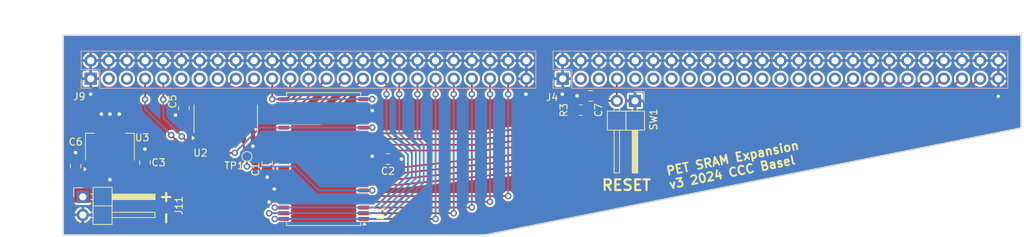
<source format=kicad_pcb>
(kicad_pcb (version 20221018) (generator pcbnew)

  (general
    (thickness 1.6)
  )

  (paper "A4")
  (title_block
    (title "CBM PET SRAM Expansion")
    (date "2024-03-06")
    (rev "3")
    (company "CCC Basel")
  )

  (layers
    (0 "F.Cu" signal)
    (31 "B.Cu" signal)
    (32 "B.Adhes" user "B.Adhesive")
    (33 "F.Adhes" user "F.Adhesive")
    (34 "B.Paste" user)
    (35 "F.Paste" user)
    (36 "B.SilkS" user "B.Silkscreen")
    (37 "F.SilkS" user "F.Silkscreen")
    (38 "B.Mask" user)
    (39 "F.Mask" user)
    (40 "Dwgs.User" user "User.Drawings")
    (41 "Cmts.User" user "User.Comments")
    (42 "Eco1.User" user "User.Eco1")
    (43 "Eco2.User" user "User.Eco2")
    (44 "Edge.Cuts" user)
    (45 "Margin" user)
    (46 "B.CrtYd" user "B.Courtyard")
    (47 "F.CrtYd" user "F.Courtyard")
    (48 "B.Fab" user)
    (49 "F.Fab" user)
    (50 "User.1" user)
    (51 "User.2" user)
    (52 "User.3" user)
    (53 "User.4" user)
    (54 "User.5" user)
    (55 "User.6" user)
    (56 "User.7" user)
    (57 "User.8" user)
    (58 "User.9" user)
  )

  (setup
    (stackup
      (layer "F.SilkS" (type "Top Silk Screen") (color "White"))
      (layer "F.Paste" (type "Top Solder Paste"))
      (layer "F.Mask" (type "Top Solder Mask") (color "Purple") (thickness 0.01))
      (layer "F.Cu" (type "copper") (thickness 0.035))
      (layer "dielectric 1" (type "core") (color "FR4 natural") (thickness 1.51) (material "FR4") (epsilon_r 4.5) (loss_tangent 0.02))
      (layer "B.Cu" (type "copper") (thickness 0.035))
      (layer "B.Mask" (type "Bottom Solder Mask") (color "Purple") (thickness 0.01))
      (layer "B.Paste" (type "Bottom Solder Paste"))
      (layer "B.SilkS" (type "Bottom Silk Screen") (color "White"))
      (copper_finish "None")
      (dielectric_constraints no)
    )
    (pad_to_mask_clearance 0)
    (aux_axis_origin 80 70)
    (pcbplotparams
      (layerselection 0x00013fc_ffffffff)
      (plot_on_all_layers_selection 0x0000000_00000000)
      (disableapertmacros false)
      (usegerberextensions false)
      (usegerberattributes true)
      (usegerberadvancedattributes true)
      (creategerberjobfile true)
      (dashed_line_dash_ratio 12.000000)
      (dashed_line_gap_ratio 3.000000)
      (svgprecision 4)
      (plotframeref false)
      (viasonmask false)
      (mode 1)
      (useauxorigin false)
      (hpglpennumber 1)
      (hpglpenspeed 20)
      (hpglpendiameter 15.000000)
      (dxfpolygonmode true)
      (dxfimperialunits true)
      (dxfusepcbnewfont true)
      (psnegative false)
      (psa4output false)
      (plotreference true)
      (plotvalue true)
      (plotinvisibletext false)
      (sketchpadsonfab false)
      (subtractmaskfromsilk true)
      (outputformat 1)
      (mirror false)
      (drillshape 0)
      (scaleselection 1)
      (outputdirectory "plot/")
    )
  )

  (net 0 "")
  (net 1 "+5V")
  (net 2 "GND")
  (net 3 "/BD0")
  (net 4 "/BD1")
  (net 5 "/BD2")
  (net 6 "/BD3")
  (net 7 "/BD4")
  (net 8 "/BD5")
  (net 9 "/BD6")
  (net 10 "/BD7")
  (net 11 "/~{SEL2}")
  (net 12 "/~{SEL3}")
  (net 13 "/~{SEL4}")
  (net 14 "/~{SEL5}")
  (net 15 "/~{SEL6}")
  (net 16 "/~{SEL7}")
  (net 17 "/~{SEL8}")
  (net 18 "/~{SEL9}")
  (net 19 "/~{SELA}")
  (net 20 "/~{SELB}")
  (net 21 "/~{RESET}")
  (net 22 "/READY")
  (net 23 "/~{NMI}")
  (net 24 "/BA0")
  (net 25 "/BA1")
  (net 26 "unconnected-(U1-DQ8-Pad29)")
  (net 27 "unconnected-(U1-DQ9-Pad30)")
  (net 28 "unconnected-(U1-DQ10-Pad31)")
  (net 29 "unconnected-(U1-DQ11-Pad32)")
  (net 30 "unconnected-(U1-DQ12-Pad35)")
  (net 31 "unconnected-(U1-DQ13-Pad36)")
  (net 32 "unconnected-(U1-DQ14-Pad37)")
  (net 33 "unconnected-(U1-DQ15-Pad38)")
  (net 34 "/BA2")
  (net 35 "/BA3")
  (net 36 "/BA4")
  (net 37 "/BA5")
  (net 38 "/BA6")
  (net 39 "/BA7")
  (net 40 "/BA8")
  (net 41 "/BA9")
  (net 42 "/BA10")
  (net 43 "/BA11")
  (net 44 "/BA12")
  (net 45 "/BA13")
  (net 46 "/BA14")
  (net 47 "/BA15")
  (net 48 "/SYNC")
  (net 49 "/~{IRQ}")
  (net 50 "/CPHI2")
  (net 51 "/BR{slash}W")
  (net 52 "/~{BR{slash}W}")
  (net 53 "unconnected-(J4-Pin_9-Pad9)")
  (net 54 "unconnected-(J4-Pin_11-Pad11)")
  (net 55 "/~{CE}")
  (net 56 "unconnected-(U1-NC-Pad28)")
  (net 57 "unconnected-(J9-Pin_3-Pad3)")
  (net 58 "unconnected-(J9-Pin_11-Pad11)")
  (net 59 "+9V")
  (net 60 "Net-(U2-Pad10)")
  (net 61 "Net-(U2-Pad3)")
  (net 62 "Net-(U2-Pad1)")

  (footprint "Resistor_SMD:R_0805_2012Metric" (layer "F.Cu") (at 152.4 80.5 180))

  (footprint "Capacitor_SMD:C_0805_2012Metric" (layer "F.Cu") (at 153.8 78.5 180))

  (footprint "Package_SO:SOIC-14_3.9x8.7mm_P1.27mm" (layer "F.Cu") (at 102.736 81.706 90))

  (footprint "Capacitor_SMD:C_0805_2012Metric" (layer "F.Cu") (at 125.436 87.356 180))

  (footprint "TestPoint:TestPoint_Pad_D1.0mm" (layer "F.Cu") (at 105.7 87))

  (footprint "Package_SO:TSOP-II-44_10.16x18.41mm_P0.8mm" (layer "F.Cu") (at 116.436 87.356 180))

  (footprint "Capacitor_SMD:C_0805_2012Metric" (layer "F.Cu") (at 91.436 87.856 -90))

  (footprint "Connector_PinHeader_2.54mm:PinHeader_1x02_P2.54mm_Horizontal" (layer "F.Cu") (at 82.736 92.656))

  (footprint "Capacitor_SMD:C_0805_2012Metric" (layer "F.Cu") (at 96.886 80.206 -90))

  (footprint "Connector_PinHeader_2.54mm:PinHeader_1x02_P2.54mm_Horizontal" (layer "F.Cu") (at 160 79.2 -90))

  (footprint "Capacitor_SMD:C_0805_2012Metric" (layer "F.Cu") (at 81.736 88.356 -90))

  (footprint "Package_TO_SOT_SMD:SOT-223-3_TabPin2" (layer "F.Cu") (at 86.536 85.656 90))

  (footprint "Capacitor_SMD:C_0805_2012Metric" (layer "F.Cu") (at 108.536 87.956 -90))

  (footprint "Connector_PinSocket_2.54mm:PinSocket_2x25_P2.54mm_Vertical" (layer "B.Cu") (at 83.836 76.096 -90))

  (footprint "Connector_PinSocket_2.54mm:PinSocket_2x25_P2.54mm_Vertical" (layer "B.Cu") (at 149.876 76.096 -90))

  (gr_poly
    (pts
      (xy 80 70)
      (xy 80 98)
      (xy 139 98)
      (xy 214 83)
      (xy 214 70)
    )

    (stroke (width 0.2) (type solid)) (fill none) (layer "Edge.Cuts") (tstamp 0dd3ab04-e666-4b66-af39-8505a82aff56))
  (gr_text "RESET" (at 155.2 91.9) (layer "F.SilkS") (tstamp ada680d6-551e-4b61-90bd-9334076f4bff)
    (effects (font (size 1.5 1.5) (thickness 0.3) bold) (justify left bottom))
  )
  (gr_text "PET SRAM Expansion\nv3 2024 CCC Basel" (at 164.8 91.7 11.309) (layer "F.SilkS") (tstamp b8bf4f42-fff9-456d-9deb-5c596e5468c6)
    (effects (font (size 1.2 1.2) (thickness 0.25) bold) (justify left bottom))
  )
  (gr_text "+ -" (at 93.636 91.556 270) (layer "F.SilkS") (tstamp f575302a-e095-4194-ad15-ebc506393443)
    (effects (font (size 1.5 1.5) (thickness 0.3) bold) (justify left bottom))
  )
  (dimension (type aligned) (layer "Dwgs.User") (tstamp 25c5cbdf-1465-4209-b7a4-4f41b235d643)
    (pts (xy 80 70) (xy 80 98))
    (height 2.764)
    (gr_text "28.0000 mm" (at 76.086 84 90) (layer "Dwgs.User") (tstamp 25c5cbdf-1465-4209-b7a4-4f41b235d643)
      (effects (font (size 1 1) (thickness 0.15)))
    )
    (format (prefix "") (suffix "") (units 3) (units_format 1) (precision 4))
    (style (thickness 0.15) (arrow_length 1.27) (text_position_mode 0) (extension_height 0.58642) (extension_offset 0.5) keep_text_aligned)
  )
  (dimension (type aligned) (layer "Dwgs.User") (tstamp dd05ee48-d460-4f4a-ba7d-423e1f3733ea)
    (pts (xy 214 70) (xy 80 70))
    (height 2.944)
    (gr_text "134.0000 mm" (at 147 65.906) (layer "Dwgs.User") (tstamp dd05ee48-d460-4f4a-ba7d-423e1f3733ea)
      (effects (font (size 1 1) (thickness 0.15)))
    )
    (format (prefix "") (suffix "") (units 3) (units_format 1) (precision 4))
    (style (thickness 0.15) (arrow_length 1.27) (text_position_mode 0) (extension_height 0.58642) (extension_offset 0.5) keep_text_aligned)
  )

  (segment (start 122.0235 87.756) (end 124.086 87.756) (width 0.25) (layer "F.Cu") (net 1) (tstamp c20522a2-c75d-4d9e-92c2-e7d359269504))
  (segment (start 124.086 87.756) (end 124.486 87.356) (width 0.25) (layer "F.Cu") (net 1) (tstamp c4c63fba-9fac-4d2d-9ecf-969536ec52b4))
  (segment (start 91.436 86.906) (end 91.436 85.956) (width 0.25) (layer "F.Cu") (net 2) (tstamp 011df45a-c56a-4cc1-9390-1a39d77c223f))
  (segment (start 210.836 76.096) (end 210.836 78.556) (width 0.25) (layer "F.Cu") (net 2) (tstamp 0398e4cb-0d20-4d23-af3e-3bc6b738eff8))
  (segment (start 152.85 78.5) (end 151.9 78.5) (width 0.25) (layer "F.Cu") (net 2) (tstamp 09936fb2-eb94-4d8a-9873-04801f5759f6))
  (segment (start 108.844 93.356) (end 108.8 93.4) (width 0.25) (layer "F.Cu") (net 2) (tstamp 0f6ed585-000f-493a-a1da-af655a15f3bb))
  (segment (start 110.8485 91.756) (end 109.736 91.756) (width 0.25) (layer "F.Cu") (net 2) (tstamp 10849130-c65c-4a1b-8b9d-33883077c151))
  (segment (start 106.546 84.181) (end 106.546 85.546) (width 0.25) (layer "F.Cu") (net 2) (tstamp 1989c981-e8c9-437e-aa18-336ba27d20e3))
  (segment (start 109.736 91.756) (end 109.536 91.556) (width 0.25) (layer "F.Cu") (net 2) (tstamp 1dc7c261-655e-489f-be10-702d3af8c8c2))
  (segment (start 149.876 76.096) (end 149.876 78.216) (width 0.25) (layer "F.Cu") (net 2) (tstamp 1fcd1f41-3840-47bc-80a9-de34132cb6f1))
  (segment (start 149.876 78.216) (end 149.836 78.256) (width 0.25) (layer "F.Cu") (net 2) (tstamp 2461e001-2a15-4bb3-a45d-0c363a2f5b5e))
  (segment (start 86.536 82.506) (end 86.536 82.356) (width 0.25) (layer "F.Cu") (net 2) (tstamp 362d9b5f-ddf7-4b1b-9215-d9322123890b))
  (segment (start 81.736 87.406) (end 81.736 86.456) (width 0.25) (layer "F.Cu") (net 2) (tstamp 3f95890b-961e-49b9-9d7b-2cd1f8c21a78))
  (segment (start 87.836 81.056) (end 87.836 81.206) (width 0.25) (layer "F.Cu") (net 2) (tstamp 42078092-6477-4064-9e11-ff3e9c803262))
  (segment (start 110.8485 87.756) (end 109.686 87.756) (width 0.25) (layer "F.Cu") (net 2) (tstamp 52d4e1b7-11ba-49a4-aeef-1e251dd50a8b))
  (segment (start 144.796 76.096) (end 144.796 78.196) (width 0.25) (layer "F.Cu") (net 2) (tstamp 63babeaa-ecf6-48e5-bbb0-2f5fb51669aa))
  (segment (start 86.536 82.506) (end 86.536 81.056) (width 0.25) (layer "F.Cu") (net 2) (tstamp 68effc70-a377-4b29-a7e5-3ae799e4d3e2))
  (segment (start 108.536 89.9) (end 108.536 88.906) (width 0.25) (layer "F.Cu") (net 2) (tstamp 6939a953-6c23-42e9-acdf-16c2968e03e0))
  (segment (start 109.686 87.756) (end 108.536 88.906) (width 0.25) (layer "F.Cu") (net 2) (tstamp 74ec4e32-d966-4778-b2b6-a71d46c6fb7e))
  (segment (start 122.0235 82.156) (end 122.0235 79.756) (width 0.25) (layer "F.Cu") (net 2) (tstamp 7b5b16bd-9cef-467d-b98d-8008676e0a76))
  (segment (start 122.0235 80.556) (end 123.236 80.556) (width 0.25) (layer "F.Cu") (net 2) (tstamp 832b77e8-3371-4b11-969a-90365ff665de))
  (segment (start 86.536 88.806) (end 86.536 90.256) (width 0.25) (layer "F.Cu") (net 2) (tstamp 889a37ba-2ec4-4389-821d-231ac85d581b))
  (segment (start 144.796 78.196) (end 144.736 78.256) (width 0.25) (layer "F.Cu") (net 2) (tstamp a01d66c7-3530-4e84-93b0-5c7a832167e9))
  (segment (start 87.836 81.206) (end 86.536 82.506) (width 0.25) (layer "F.Cu") (net 2) (tstamp ab747960-7093-45f9-b1f1-cd9fd0f1d8b8))
  (segment (start 126.386 87.356) (end 127.336 87.356) (width 0.25) (layer "F.Cu") (net 2) (tstamp b0d89d18-2123-4989-946f-2fd81d9d417e))
  (segment (start 122.0235 86.956) (end 123.236 86.956) (width 0.25) (layer "F.Cu") (net 2) (tstamp cf250929-cd87-4d57-85f9-85282ed01c95))
  (segment (start 83.836 76.096) (end 83.836 78.256) (width 0.25) (layer "F.Cu") (net 2) (tstamp d2d77894-761e-45af-8fc8-cf6826cc2c6c))
  (segment (start 85.336 81.306) (end 85.336 81.056) (width 0.25) (layer "F.Cu") (net 2) (tstamp d3c403c2-b69d-4e1c-99b8-149abd142414))
  (segment (start 86.536 82.506) (end 85.336 81.306) (width 0.25) (layer "F.Cu") (net 2) (tstamp d6491325-e906-477a-8f83-c8392cc6110f))
  (segment (start 106.546 85.546) (end 106.536 85.556) (width 0.25) (layer "F.Cu") (net 2) (tstamp e50a67c0-8908-49ba-b1df-c003ad73d663))
  (segment (start 95.744 81.156) (end 95.7 81.2) (width 0.25) (layer "F.Cu") (net 2) (tstamp f5e250d8-bd92-4f93-83c9-a7dd879221ca))
  (segment (start 110.8485 93.356) (end 108.844 93.356) (width 0.25) (layer "F.Cu") (net 2) (tstamp f83fe4b3-c5da-4ac0-abe3-8f61916b9118))
  (segment (start 96.886 81.156) (end 95.744 81.156) (width 0.25) (layer "F.Cu") (net 2) (tstamp fbbf6420-a820-4acd-bd20-864b2326a1d4))
  (via (at 144.736 78.256) (size 0.9) (drill 0.5) (layers "F.Cu" "B.Cu") (net 2) (tstamp 039aec84-1c33-44dc-99ec-f49b9a192389))
  (via (at 86.536 81.056) (size 0.9) (drill 0.5) (layers "F.Cu" "B.Cu") (net 2) (tstamp 0da8a494-c134-49fe-b3a9-f9b3426eed95))
  (via (at 108.536 89.9) (size 0.9) (drill 0.5) (layers "F.Cu" "B.Cu") (net 2) (tstamp 3c91f8a7-3010-4453-a036-8e24be5db83c))
  (via (at 86.536 90.256) (size 0.9) (drill 0.5) (layers "F.Cu" "B.Cu") (net 2) (tstamp 3cfaebeb-7fe8-4b5d-92f6-c84a2aab1056))
  (via (at 91.436 85.956) (size 0.9) (drill 0.5) (layers "F.Cu" "B.Cu") (net 2) (tstamp 435c66de-af88-4171-a0b0-b8a13dccdc14))
  (via (at 127.336 87.356) (size 0.9) (drill 0.5) (layers "F.Cu" "B.Cu") (net 2) (tstamp 4568cc53-ba84-48b6-8d8c-24a739738e39))
  (via (at 95.7 81.2) (size 0.9) (drill 0.5) (layers "F.Cu" "B.Cu") (net 2) (tstamp 499cbfd1-0075-484f-a404-c5eff30afd46))
  (via (at 210.836 78.556) (size 0.9) (drill 0.5) (layers "F.Cu" "B.Cu") (net 2) (tstamp 56c45c2e-36a5-4810-a611-5eed89baa986))
  (via (at 83.836 78.256) (size 0.9) (drill 0.5) (layers "F.Cu" "B.Cu") (net 2) (tstamp 5c9ba0b8-0a39-41cd-8fc5-5302d914fbb4))
  (via (at 106.536 85.556) (size 0.9) (drill 0.5) (layers "F.Cu" "B.Cu") (net 2) (tstamp 6de8f9c1-096d-41ff-a901-6a6dfa13d2ec))
  (via (at 85.336 81.056) (size 0.9) (drill 0.5) (layers "F.Cu" "B.Cu") (net 2) (tstamp 7eec2928-bca4-4d37-9646-3aba21192767))
  (via (at 87.836 81.056) (size 0.9) (drill 0.5) (layers "F.Cu" "B.Cu") (net 2) (tstamp 83324a08-e1b8-4a03-8032-158e41eae093))
  (via (at 109.536 91.556) (size 0.9) (drill 0.5) (layers "F.Cu" "B.Cu") (net 2) (tstamp 86d33735-b360-4755-af67-087b8ac9b5ed))
  (via (at 81.736 86.456) (size 0.9) (drill 0.5) (layers "F.Cu" "B.Cu") (net 2) (tstamp 937a74fe-deb6-42a4-9615-0ba7fc53e4ce))
  (via (at 123.236 86.956) (size 0.9) (drill 0.5) (layers "F.Cu" "B.Cu") (net 2) (tstamp 94c22d19-779e-46c3-9c25-4e37a061dffc))
  (via (at 151.9 78.5) (size 0.9) (drill 0.5) (layers "F.Cu" "B.Cu") (net 2) (tstamp a612e9e5-1c63-443a-8260-f00bab1076ae))
  (via (at 149.836 78.256) (size 0.9) (drill 0.5) (layers "F.Cu" "B.Cu") (net 2) (tstamp a9cafa9f-febc-4963-b3c5-17ac6e3bca49))
  (via (at 123.236 80.556) (size 0.9) (drill 0.5) (layers "F.Cu" "B.Cu") (net 2) (tstamp e6e929ae-0523-4db8-bdf0-a5997f1e067c))
  (via (at 108.8 93.4) (size 0.9) (drill 0.5) (layers "F.Cu" "B.Cu") (net 2) (tstamp ef3cb2b4-b5f4-439b-b472-b9abb3eed76c))
  (segment (start 198.236 83.456) (end 208.296 76.096) (width 0.25) (layer "F.Cu") (net 3) (tstamp 5f48dd48-ebc5-4c5f-bcab-c23a9c526fd4))
  (segment (start 122.0235 90.956) (end 127.236 90.956) (width 0.25) (layer "F.Cu") (net 3) (tstamp 82451621-5713-4c11-91ec-1464e770cb62))
  (segment (start 127.236 90.956) (end 198.236 83.456) (width 0.25) (layer "F.Cu") (net 3) (tstamp 835ab5a1-f868-4b47-a523-e2ca04110ca7))
  (segment (start 127.236 90.156) (end 197.136 82.556) (width 0.25) (layer "F.Cu") (net 4) (tstamp 02d19dff-a912-4c0d-8d41-c09cdd687ea6))
  (segment (start 197.136 82.556) (end 205.756 76.096) (width 0.25) (layer "F.Cu") (net 4) (tstamp a7e4fffc-9c57-4788-bf5e-543a4ae7b240))
  (segment (start 122.0235 90.156) (end 127.236 90.156) (width 0.25) (layer "F.Cu") (net 4) (tstamp cd175cb7-98a1-481b-bff3-bb2edeca757c))
  (segment (start 127.236 89.356) (end 195.436 81.756) (width 0.25) (layer "F.Cu") (net 5) (tstamp 3b9d4edd-cd89-47f1-baf3-2a99385e6579))
  (segment (start 122.0235 89.356) (end 127.236 89.356) (width 0.25) (layer "F.Cu") (net 5) (tstamp 95b176f2-f12c-4764-8f4f-7434db73f48c))
  (segment (start 195.436 81.756) (end 203.216 76.096) (width 0.25) (layer "F.Cu") (net 5) (tstamp be87b0d6-0f90-4588-bb6c-a81be9b02549))
  (segment (start 122.0235 88.556) (end 127.236 88.556) (width 0.25) (layer "F.Cu") (net 6) (tstamp 0642edb1-5e44-4987-8698-e34388662104))
  (segment (start 193.936 80.956) (end 200.676 76.096) (width 0.25) (layer "F.Cu") (net 6) (tstamp 4e76c70b-60ed-4433-9857-4afdae5bbfb4))
  (segment (start 127.236 88.556) (end 193.936 80.956) (width 0.25) (layer "F.Cu") (net 6) (tstamp ae014804-4bcd-42af-952a-1c7012760ca3))
  (segment (start 138.636 86.156) (end 122.0235 86.156) (width 0.25) (layer "F.Cu") (net 7) (tstamp 18106df3-a01b-41e3-ab1d-22ccd183db8e))
  (segment (start 192.536 80.156) (end 138.636 86.156) (width 0.25) (layer "F.Cu") (net 7) (tstamp 87330fb0-7ba5-4249-89cd-d3da11a912aa))
  (segment (start 198.136 76.096) (end 192.536 80.156) (width 0.25) (layer "F.Cu") (net 7) (tstamp b15e6981-0138-4226-a6a5-0d4639d80d1c))
  (segment (start 138.636 85.356) (end 191.336 79.256) (width 0.25) (layer "F.Cu") (net 8) (tstamp 01e109a5-e999-410d-b49b-322c4b56062d))
  (segment (start 191.336 79.256) (end 195.596 76.096) (width 0.25) (layer "F.Cu") (net 8) (tstamp 783dcef2-8806-4070-aca7-381e809ed0dd))
  (segment (start 122.0235 85.356) (end 138.636 85.356) (width 0.25) (layer "F.Cu") (net 8) (tstamp dfce4006-ef62-40d0-bc1e-211bc2da1ccf))
  (segment (start 138.636 84.556) (end 122.0235 84.556) (width 0.25) (layer "F.Cu") (net 9) (tstamp a45e4668-8b22-4f92-8a93-16d0f7ae8ab6))
  (segment (start 189.936 78.456) (end 138.636 84.556) (width 0.25) (layer "F.Cu") (net 9) (tstamp b7cf3c08-4566-493d-81fc-76152365f243))
  (segment (start 193.056 76.096) (end 189.936 78.456) (width 0.25) (layer "F.Cu") (net 9) (tstamp e39a6c5a-9dea-4971-a421-836b654259a4))
  (segment (start 188.836 77.556) (end 138.636 83.756) (width 0.25) (layer "F.Cu") (net 10) (tstamp 23e087a9-501e-47be-9f7e-e404df1bcd4d))
  (segment (start 190.516 76.096) (end 188.836 77.556) (width 0.25) (layer "F.Cu") (net 10) (tstamp 35c33f3e-350f-44e5-884f-54e4e6bee590))
  (segment (start 138.636 83.756) (end 122.0235 83.756) (width 0.25) (layer "F.Cu") (net 10) (tstamp b3a1d0ac-fa74-4b88-a341-6b95fbb546be))
  (segment (start 157.46 76.132) (end 157.46 79.2) (width 0.25) (layer "F.Cu") (net 21) (tstamp 1c58a734-9233-4765-bf81-0cce6e05021e))
  (segment (start 154.75 78.75) (end 153.3125 80.1875) (width 0.25) (layer "F.Cu") (net 21) (tstamp 2314484d-83af-4de8-99af-5dbf64b0f33e))
  (segment (start 153.3125 80.1875) (end 153.3125 80.5) (width 0.25) (layer "F.Cu") (net 21) (tstamp 4cf663d1-14a0-49a5-a48a-5e9dbe418a22))
  (segment (start 154.75 78.5) (end 154.75 78.75) (width 0.25) (layer "F.Cu") (net 21) (tstamp 68a30df9-a8f4-4cac-abab-6d9f5f5f4622))
  (segment (start 155.45 79.2) (end 154.75 78.5) (width 0.25) (layer "F.Cu") (net 21) (tstamp 750e56d2-926c-4338-b544-7e1903809383))
  (segment (start 157.46 79.2) (end 155.45 79.2) (width 0.25) (layer "F.Cu") (net 21) (tstamp a8ddbf58-f0b4-44d8-af3e-7ab082ca1a51))
  (segment (start 157.496 76.096) (end 157.46 76.132) (width 0.25) (layer "F.Cu") (net 21) (tstamp f34e2ea7-c6f2-44b5-9267-d6e5baf0f496))
  (segment (start 142.256 76.096) (end 142.256 78.256) (width 0.25) (layer "F.Cu") (net 24) (tstamp 020f604d-0fe6-463c-a82a-6267d386259b))
  (segment (start 122.0235 92.556) (end 142.256 92.556) (width 0.25) (layer "F.Cu") (net 24) (tstamp 814f349b-529e-47b5-8a4e-8128beb5c433))
  (via (at 142.256 92.556) (size 0.9) (drill 0.5) (layers "F.Cu" "B.Cu") (net 24) (tstamp 43eecbe5-855b-4d0c-bb94-5c97987993a2))
  (via (at 142.256 78.256) (size 0.9) (drill 0.5) (layers "F.Cu" "B.Cu") (net 24) (tstamp 5fbb6034-1621-4b2b-bb7a-5f48775d76a3))
  (segment (start 142.256 78.256) (end 142.256 92.556) (width 0.25) (layer "B.Cu") (net 24) (tstamp 6871e2b2-dbad-43d0-84fc-b2c8b233aef2))
  (segment (start 138.136 93.356) (end 139.436 93.356) (width 0.25) (layer "F.Cu") (net 25) (tstamp 134f8063-d249-49c9-b8b0-3fb70fdebd0e))
  (segment (start 139.716 76.096) (end 139.716 78.256) (width 0.25) (layer "F.Cu") (net 25) (tstamp 3c705a89-1b06-4f5f-aab4-864d4222b559))
  (segment (start 122.0235 93.356) (end 138.136 93.356) (width 0.25) (layer "F.Cu") (net 25) (tstamp d43fd0b8-7670-410c-a5bf-2bff6a7c6789))
  (segment (start 138.136 93.356) (end 139.716 93.356) (width 0.25) (layer "F.Cu") (net 25) (tstamp f3d1b219-df4a-44af-ad78-a643d0bfca48))
  (via (at 139.716 93.356) (size 0.9) (drill 0.5) (layers "F.Cu" "B.Cu") (net 25) (tstamp 14839f69-e431-42ce-8717-8ca113c33a6f))
  (via (at 139.716 78.256) (size 0.9) (drill 0.5) (layers "F.Cu" "B.Cu") (net 25) (tstamp 83f2720d-713c-4039-92de-ee77b03a0c0f))
  (segment (start 139.716 78.256) (end 139.716 93.356) (width 0.25) (layer "B.Cu") (net 25) (tstamp 6b54c2bd-1503-4e6c-86e2-18920027d3a0))
  (segment (start 137.176 76.096) (end 137.176 78.256) (width 0.25) (layer "F.Cu") (net 34) (tstamp 08495a6b-d7c0-41ed-a908-d8f900d0d9d3))
  (segment (start 122.0235 94.156) (end 137.176 94.156) (width 0.25) (layer "F.Cu") (net 34) (tstamp 62e4a09f-c002-46f3-b68c-e5f3235e875c))
  (via (at 137.176 94.156) (size 0.9) (drill 0.5) (layers "F.Cu" "B.Cu") (net 34) (tstamp 709d8063-d17c-4699-b539-e14362b2765b))
  (via (at 137.176 78.256) (size 0.9) (drill 0.5) (layers "F.Cu" "B.Cu") (net 34) (tstamp dd1419a7-7528-4f37-b01a-9a8dbf40ea1b))
  (segment (start 137.176 78.256) (end 137.176 94.156) (width 0.25) (layer "B.Cu") (net 34) (tstamp 6c619bcf-c0eb-4112-868f-42670549d11c))
  (segment (start 134.636 76.096) (end 134.636 78.256) (width 0.25) (layer "F.Cu") (net 35) (tstamp 07535421-9495-49fb-b80e-4be889f5abe3))
  (segment (start 122.0235 94.956) (end 134.636 94.956) (width 0.25) (layer "F.Cu") (net 35) (tstamp c65d2d78-e370-4904-a8b4-e3a4d1785495))
  (via (at 134.636 78.256) (size 0.9) (drill 0.5) (layers "F.Cu" "B.Cu") (net 35) (tstamp 3c85e060-2fed-44b9-bfd7-3cc035e39341))
  (via (at 134.636 94.956) (size 0.9) (drill 0.5) (layers "F.Cu" "B.Cu") (net 35) (tstamp bff90011-e855-4eb7-ad81-9a16c7e67c0b))
  (segment (start 134.636 78.256) (end 134.636 94.956) (width 0.25) (layer "B.Cu") (net 35) (tstamp 116a8a3c-1ecc-45ac-b860-0a29550c1ef0))
  (segment (start 122.0235 95.756) (end 132.096 95.756) (width 0.25) (layer "F.Cu") (net 36) (tstamp 49599bbd-3326-4c2b-8183-28e1efd62095))
  (segment (start 132.096 76.096) (end 132.096 78.256) (width 0.25) (layer "F.Cu") (net 36) (tstamp f1dffd1b-a4ff-469e-ab2e-429c5296c84d))
  (via (at 132.096 95.756) (size 0.9) (drill 0.5) (layers "F.Cu" "B.Cu") (net 36) (tstamp 75a8f135-8adb-4b6b-beeb-3af057711318))
  (via (at 132.096 78.256) (size 0.9) (drill 0.5) (layers "F.Cu" "B.Cu") (net 36) (tstamp e38f64e9-f752-4d98-884b-15b5e2410167))
  (segment (start 132.096 78.256) (end 132.096 95.756) (width 0.25) (layer "B.Cu") (net 36) (tstamp b1733f6c-51b0-4979-af2d-0b3fd7c64ce2))
  (segment (start 110.8485 95.756) (end 109.6 95.756) (width 0.25) (layer "F.Cu") (net 37) (tstamp 85fc29e2-202a-4a96-887f-139648905978))
  (segment (start 129.556 76.096) (end 129.556 78.256) (width 0.25) (layer "F.Cu") (net 37) (tstamp dde30f11-b05b-4b62-94d0-6764e9593a1b))
  (via (at 129.556 78.256) (size 0.9) (drill 0.5) (layers "F.Cu" "B.Cu") (net 37) (tstamp 13010197-576b-4291-861b-bcc609ab8064))
  (via (at 109.6 95.756) (size 0.9) (drill 0.5) (layers "F.Cu" "B.Cu") (net 37) (tstamp d96303bf-6731-48b0-b9f8-99c6fedebb50))
  (segment (start 110.7 95.756) (end 125.336 95.756) (width 0.25) (layer "B.Cu") (net 37) (tstamp 3378b7de-b058-4d5f-b7db-7d6c8098e9d9))
  (segment (start 125.336 95.756) (end 130.436 90.656) (width 0.25) (layer "B.Cu") (net 37) (tstamp 451abffc-ca37-4190-8a40-72d50ab22c78))
  (segment (start 129.556 84.456) (end 129.556 78.256) (width 0.25) (layer "B.Cu") (net 37) (tstamp 6b950704-fb64-4b6e-aa52-288b8f53f027))
  (segment (start 130.436 90.656) (end 130.436 85.336) (width 0.25) (layer "B.Cu") (net 37) (tstamp ac030d1d-271d-488b-ab80-ab19f8be3972))
  (segment (start 110.7 95.756) (end 109.6 95.756) (width 0.25) (layer "B.Cu") (net 37) (tstamp d5ce479d-5090-48ca-bb4f-003efee9a21f))
  (segment (start 130.436 85.336) (end 129.556 84.456) (width 0.25) (layer "B.Cu") (net 37) (tstamp ded8643c-4ad5-42d0-a631-34bcc210625d))
  (segment (start 127.016 76.096) (end 127.016 78.256) (width 0.25) (layer "F.Cu") (net 38) (tstamp 875c5c11-85b1-4ab1-9459-70549c2459b5))
  (segment (start 110.8485 94.956) (end 108.8 94.956) (width 0.25) (layer "F.Cu") (net 38) (tstamp 9a243ff6-d87c-4815-969b-c0df1fb1cdd3))
  (via (at 108.8 94.956) (size 0.9) (drill 0.5) (layers "F.Cu" "B.Cu") (net 38) (tstamp 36cbb6e1-ccc4-4b64-9230-6c7a6540d29b))
  (via (at 127.016 78.256) (size 0.9) (drill 0.5) (layers "F.Cu" "B.Cu") (net 38) (tstamp b58461f6-c0fe-46f7-b6db-99c9faaeb3a4))
  (segment (start 124.436 94.956) (end 129.336 90.056) (width 0.25) (layer "B.Cu") (net 38) (tstamp 298d72bd-1dc0-4bf5-aaa2-1fa98a391c63))
  (segment (start 127.016 83.756) (end 127.016 78.256) (width 0.25) (layer "B.Cu") (net 38) (tstamp 37e541a9-0109-43b9-a99f-287be6ffe8dc))
  (segment (start 108.8 94.956) (end 124.436 94.956) (width 0.25) (layer "B.Cu") (net 38) (tstamp 5993c3bb-14b8-4432-8371-01178c4a770a))
  (segment (start 129.336 86.076) (end 127.016 83.756) (width 0.25) (layer "B.Cu") (net 38) (tstamp 5dfd6381-e099-4afc-90fc-651ee1f3bdae))
  (segment (start 129.336 90.056) (end 129.336 86.076) (width 0.25) (layer "B.Cu") (net 38) (tstamp d66f6f2a-0cf9-4c27-8bde-3d14c78672a2))
  (segment (start 125.236 76.856) (end 125.236 78.256) (width 0.25) (layer "F.Cu") (net 39) (tstamp 26c9cfe9-ef15-405d-9c12-05fab8df8534))
  (segment (start 110.8485 94.156) (end 109.6 94.156) (width 0.25) (layer "F.Cu") (net 39) (tstamp 8e2e95e9-78d3-47e3-a625-465e16bf8aac))
  (segment (start 124.476 76.096) (end 125.236 76.856) (width 0.25) (layer "F.Cu") (net 39) (tstamp ecb62fbe-91f0-4288-9833-d8f9dc60be17))
  (via (at 109.6 94.156) (size 0.9) (drill 0.5) (layers "F.Cu" "B.Cu") (net 39) (tstamp 8b957ae4-1db8-4c8b-9b01-faaead3d10bc))
  (via (at 125.236 78.256) (size 0.9) (drill 0.5) (layers "F.Cu" "B.Cu") (net 39) (tstamp cad7a454-de5a-4730-9879-28e956fa3151))
  (segment (start 128.236 86.756) (end 125.236 83.756) (width 0.25) (layer "B.Cu") (net 39) (tstamp 0e2ecc40-af59-4899-abe0-466611df9de0))
  (segment (start 110.7 94.156) (end 109.6 94.156) (width 0.25) (layer "B.Cu") (net 39) (tstamp 62d53463-330e-4779-a557-226a697adad9))
  (segment (start 128.236 89.556) (end 128.236 86.756) (width 0.25) (layer "B.Cu") (net 39) (tstamp a00d1442-8a79-4d6d-b6eb-27da1ab0700d))
  (segment (start 110.7 94.156) (end 123.636 94.156) (width 0.25) (layer "B.Cu") (net 39) (tstamp b3203f21-986a-48a5-83be-860daf3e474c))
  (segment (start 123.636 94.156) (end 128.236 89.556) (width 0.25) (layer "B.Cu") (net 39) (tstamp e577a315-f78a-4cc1-a51a-ce77de8b5bde))
  (segment (start 125.236 83.756) (end 125.236 78.256) (width 0.25) (layer "B.Cu") (net 39) (tstamp f3c0f086-3dcc-4108-be8f-d33f2bb8dc96))
  (segment (start 115.876 82.156) (end 110.8485 82.156) (width 0.25) (layer "F.Cu") (net 40) (tstamp 010958d7-4ff9-4017-908b-bcb84847a579))
  (segment (start 121.936 76.096) (end 115.876 82.156) (width 0.25) (layer "F.Cu") (net 40) (tstamp e0feb040-362b-47bc-9dea-e729cc91bbd2))
  (segment (start 119.396 76.096) (end 114.136 81.356) (width 0.25) (layer "F.Cu") (net 41) (tstamp 51c2af67-508b-418f-9235-5b04d7e1a3c7))
  (segment (start 114.136 81.356) (end 110.8485 81.356) (width 0.25) (layer "F.Cu") (net 41) (tstamp 92434bb8-a998-45f1-a9a3-8f4dbffdd269))
  (segment (start 112.396 80.556) (end 110.8485 80.556) (width 0.25) (layer "F.Cu") (net 42) (tstamp d8441ec3-aed2-4e8a-b246-19caad8dfefb))
  (segment (start 116.856 76.096) (end 112.396 80.556) (width 0.25) (layer "F.Cu") (net 42) (tstamp d8ab2074-0589-4137-93bd-3cb3777c6f59))
  (segment (start 114.316 77.476) (end 112.036 79.756) (width 0.25) (layer "F.Cu") (net 43) (tstamp 4d59f33b-df21-4c30-a4f0-0cfc34fe55e8))
  (segment (start 112.036 79.756) (end 110.8485 79.756) (width 0.25) (layer "F.Cu") (net 43) (tstamp 809b8f15-c255-45ea-9082-13b674f29876))
  (segment (start 114.316 76.096) (end 114.316 77.476) (width 0.25) (layer "F.Cu") (net 43) (tstamp aea176ed-cef3-4540-bc24-f911979fc88c))
  (segment (start 111.236 78.956) (end 110.8485 78.956) (width 0.25) (layer "F.Cu") (net 44) (tstamp 1289305a-38a6-4836-a4f1-0762bfd07694))
  (segment (start 111.776 76.096) (end 111.776 78.416) (width 0.25) (layer "F.Cu") (net 44) (tstamp 5e10f963-6c67-4542-84f2-2535a724b82d))
  (segment (start 111.776 78.416) (end 111.236 78.956) (width 0.25) (layer "F.Cu") (net 44) (tstamp afcfdb1f-9b22-4528-83e1-e5bdc940f4f3))
  (segment (start 109.136 76.196) (end 109.236 76.096) (width 0.25) (layer "F.Cu") (net 45) (tstamp 15dc3a1a-47b5-487a-9e40-1f1792c8fe7b))
  (segment (start 109.236 78.956) (end 109.236 76.096) (width 0.25) (layer "F.Cu") (net 45) (tstamp a5ad01c4-b5b7-41ea-854a-6118db11ff0c))
  (segment (start 122.0235 78.956) (end 123.236 78.956) (width 0.25) (layer "F.Cu") (net 45) (tstamp a802355e-5025-4342-91c2-7847dfc1dead))
  (via (at 109.236 78.956) (size 0.9) (drill 0.5) (layers "F.Cu" "B.Cu") (net 45) (tstamp b10d1706-0328-4c9f-9ac6-75161d819323))
  (via (at 123.236 78.956) (size 0.9) (drill 0.5) (layers "F.Cu" "B.Cu") (net 45) (tstamp f4adb965-1cbf-443a-a5ac-51a0420adb37))
  (segment (start 123.236 78.956) (end 109.236 78.956) (width 0.25) (layer "B.Cu") (net 45) (tstamp 7690d969-2743-4eb6-9cb3-f8f93b68ec7d))
  (segment (start 105.276 77.516) (end 105.276 79.231) (width 0.25) (layer "F.Cu") (net 46) (tstamp 10c74fc4-d1bc-42e6-b278-efca742612c2))
  (segment (start 106.696 76.096) (end 105.276 77.516) (width 0.25) (layer "F.Cu") (net 46) (tstamp d4859b5d-6124-4155-9b6c-f19f3f610b08))
  (segment (start 103.946 76.096) (end 101.466 78.576) (width 0.25) (layer "F.Cu") (net 47) (tstamp 2a5ecab4-ffb5-442e-8eee-948422b2dcdb))
  (segment (start 104.156 76.096) (end 103.946 76.096) (width 0.25) (layer "F.Cu") (net 47) (tstamp 5d21e5b2-9399-4d71-9ee2-4ef3ba9f6939))
  (segment (start 100.196 79.231) (end 101.466 79.231) (width 0.25) (layer "F.Cu") (net 47) (tstamp a075c27a-9298-401d-9a1c-ea1bb39cfb14))
  (segment (start 101.466 78.576) (end 101.466 79.231) (width 0.25) (layer "F.Cu") (net 47) (tstamp c4c6569d-c674-4539-8a22-4f174fddb174))
  (segment (start 98.1 85.7) (end 96.581 84.181) (width 0.25) (layer "F.Cu") (net 50) (tstamp 5511dabb-f422-4236-99bd-88304e02d1ac))
  (segment (start 93.996 78.996) (end 94 79) (width 0.25) (layer "F.Cu") (net 50) (tstamp 6d912f34-c767-4b88-a353-d9cd6686388c))
  (segment (start 103.2 85.7) (end 98.1 85.7) (width 0.25) (layer "F.Cu") (net 50) (tstamp 7c6a7598-c628-4df0-8885-4f2b0eb183a2))
  (segment (start 104.006 84.894) (end 103.2 85.7) (width 0.25) (layer "F.Cu") (net 50) (tstamp a29e8e6c-d9e5-462e-aef3-5dc09603483a))
  (segment (start 93.996 76.096) (end 93.996 78.996) (width 0.25) (layer "F.Cu") (net 50) (tstamp daadd63e-43b4-4eb4-bcc7-078eb60b28fe))
  (segment (start 104.006 84.181) (end 104.006 84.894) (width 0.25) (layer "F.Cu") (net 50) (tstamp fb1c2f0b-27ce-40dd-9fb7-91bd4b57a686))
  (via (at 94 79) (size 0.9) (drill 0.5) (layers "F.Cu" "B.Cu") (net 50) (tstamp 2e777cac-89f7-40bc-8b8a-60c2ed27d618))
  (via (at 96.581 84.181) (size 0.9) (drill 0.5) (layers "F.Cu" "B.Cu") (net 50) (tstamp a74c2284-d92f-4cd9-9251-ae43359d094f))
  (segment (start 94 81.6) (end 96.581 84.181) (width 0.25) (layer "B.Cu") (net 50) (tstamp 8e2a9206-1de8-4490-be0c-96f69871a223))
  (segment (start 94 79) (end 94 81.6) (width 0.25) (layer "B.Cu") (net 50) (tstamp b2119a54-678e-4839-8cb1-e1066e9b9b72))
  (segment (start 97.6 86.5) (end 95.1 84) (width 0.25) (layer "F.Cu") (net 51) (tstamp 3c67bb1f-3b6a-4149-8f96-97d0aa3ebdd4))
  (segment (start 91.456 78.994) (end 91.45 79) (width 0.25) (layer "F.Cu") (net 51) (tstamp 5ab5e0eb-745b-435b-be96-8798c51eb73c))
  (segment (start 102.5 86.5) (end 104 86.5) (width 0.25) (layer "F.Cu") (net 51) (tstamp 603fcff7-1c30-49d2-b499-fd42587d6cd1))
  (segment (start 91.456 76.096) (end 91.456 78.994) (width 0.25) (layer "F.Cu") (net 51) (tstamp 8dcd2ac9-c46a-4b6e-ae61-34df0939d32a))
  (segment (start 102.5 86.5) (end 97.6 86.5) (width 0.25) (layer "F.Cu") (net 51) (tstamp a118375b-2be7-4dce-b9aa-b3ad11a14bf2))
  (segment (start 122.0235 82.956) (end 123.236 82.956) (width 0.25) (layer "F.Cu") (net 51) (tstamp d33bee71-684b-4ae6-bbfd-c6b1bb3ff260))
  (via (at 95.1 84) (size 0.9) (drill 0.5) (layers "F.Cu" "B.Cu") (net 51) (tstamp 4687cea2-3ac2-4b94-8ebf-b4211242dff8))
  (via (at 91.45 79) (size 0.9) (drill 0.5) (layers "F.Cu" "B.Cu") (net 51) (tstamp 4aad6580-645b-4569-8549-f1b301987973))
  (via (at 123.236 82.956) (size 0.9) (drill 0.5) (layers "F.Cu" "B.Cu") (net 51) (tstamp 4b03fdc9-afd1-43e9-a3b3-5e84ab75b4fd))
  (via (at 104 86.5) (size 0.9) (drill 0.5) (layers "F.Cu" "B.Cu") (net 51) (tstamp d8eacfae-0cda-44e0-bf11-c6d6dee46ee6))
  (segment (start 109 82.956) (end 108.4 82.956) (width 0.25) (layer "B.Cu") (net 51) (tstamp 28d64a49-a626-46e5-85dd-ac412ddfae81))
  (segment (start 108.4 82.956) (end 107.544 82.956) (width 0.25) (layer "B.Cu") (net 51) (tstamp 5232c364-58d2-4a60-953f-cb6a284fecfe))
  (segment (start 91.45 80.35) (end 95.1 84) (width 0.25) (layer "B.Cu") (net 51) (tstamp 9f23f626-5f41-4d57-a5bd-9ac974378a9c))
  (segment (start 109 82.956) (end 109.6 82.956) (width 0.25) (layer "B.Cu") (net 51) (tstamp ac816282-554d-476c-8772-05a38b5181ee))
  (segment (start 107.544 82.956) (end 104 86.5) (width 0.25) (layer "B.Cu") (net 51) (tstamp eb92daa5-b144-4ded-8688-6843ba1ffe36))
  (segment (start 109.6 82.956) (end 123.236 82.956) (width 0.25) (layer "B.Cu") (net 51) (tstamp f4c3cac2-f22d-4f3c-9f6c-bc8f781c2061))
  (segment (start 91.45 79) (end 91.45 80.35) (width 0.25) (layer "B.Cu") (net 51) (tstamp ffbe0600-85f2-4ce8-bf6b-ccf80660a3ea))
  (segment (start 105.7 87) (end 105.7 88.4) (width 0.25) (layer "F.Cu") (net 55) (tstamp 226c49bd-edc4-4e34-98ce-033a6a1bb280))
  (segment (start 105.276 84.181) (end 105.276 86.576) (width 0.25) (layer "F.Cu") (net 55) (tstamp 61683917-b88c-45a9-a829-d1a24dbeab8f))
  (segment (start 105.276 86.576) (end 105.7 87) (width 0.25) (layer "F.Cu") (net 55) (tstamp da09ce52-e9ec-4c80-8672-71be7a81abf8))
  (segment (start 122.0235 91.756) (end 123.236 91.756) (width 0.25) (layer "F.Cu") (net 55) (tstamp e0fc4976-9876-4351-a4f3-419aae9c4592))
  (via (at 123.236 91.756) (size 0.9) (drill 0.5) (layers "F.Cu" "B.Cu") (net 55) (tstamp 03f7edb3-591e-4b3a-8437-1d5bfc9ba96d))
  (via (at 105.7 88.4) (size 0.9) (drill 0.5) (layers "F.Cu" "B.Cu") (net 55) (tstamp 12eab838-bbc1-40e8-ad2f-bb643a9ea58c))
  (segment (start 112.38 88.4) (end 115.736 91.756) (width 0.25) (layer "B.Cu") (net 55) (tstamp 9985f5a6-779d-45d1-85a7-63a49eded0cd))
  (segment (start 123.236 91.756) (end 115.736 91.756) (width 0.25) (layer "B.Cu") (net 55) (tstamp c9f61096-80c1-4fde-93a3-10567d9e1c24))
  (segment (start 105.7 88.4) (end 112.38 88.4) (width 0.25) (layer "B.Cu") (net 55) (tstamp d51b7ac8-5022-4733-950a-4b988f75edb1))
  (segment (start 102.736 79.231) (end 104.006 79.231) (width 0.25) (layer "F.Cu") (net 60) (tstamp 6aa451d5-922d-4955-9ac6-73eaa072d216))
  (segment (start 101.466 84.181) (end 102.736 84.181) (width 0.25) (layer "F.Cu") (net 61) (tstamp 3d8ec1f1-32e3-430b-a758-d93d7836eac6))
  (segment (start 98.926 84.181) (end 100.196 84.181) (width 0.25) (layer "F.Cu") (net 62) (tstamp 16abea53-a53e-4895-998c-5801ad7ccc6f))
  (segment (start 104.7 82.6) (end 101 82.6) (width 0.25) (layer "F.Cu") (net 62) (tstamp 424177b1-d3f0-4c78-aff5-9738451883a3))
  (segment (start 98.907 84.2) (end 98.926 84.181) (width 0.25) (layer "F.Cu") (net 62) (tstamp 4772aff9-8050-4384-843f-8447a3870a78))
  (segment (start 101 82.6) (end 100.196 83.404) (width 0.25) (layer "F.Cu") (net 62) (tstamp 8d83f337-4247-4ed5-b76e-203cbc78bbe0))
  (segment (start 106.546 79.231) (end 106.546 80.754) (width 0.25) (layer "F.Cu") (net 62) (tstamp ae097f41-9cb8-4f23-8738-563b1c1574eb))
  (segment (start 106.546 80.754) (end 104.7 82.6) (width 0.25) (layer "F.Cu") (net 62) (tstamp c048efff-86bf-4692-88f2-893ff1ded9bd))
  (segment (start 100.196 83.404) (end 100.196 84.181) (width 0.25) (layer "F.Cu") (net 62) (tstamp c4aa03e0-3f2c-4802-9cd4-bc5921c0b7e3))

  (zone (net 1) (net_name "+5V") (layer "F.Cu") (tstamp 28ff3e11-f060-4459-a227-48c70b8cedca) (hatch edge 0.5)
    (connect_pads (clearance 0.3))
    (min_thickness 0.2) (filled_areas_thickness no)
    (fill yes (thermal_gap 0.4) (thermal_bridge_width 0.4))
    (polygon
      (pts
        (xy 80 98)
        (xy 214 98)
        (xy 214 70)
        (xy 80 70)
      )
    )
    (filled_polygon
      (layer "F.Cu")
      (pts
        (xy 125.575079 86.600407)
        (xy 125.611043 86.649907)
        (xy 125.611043 86.711093)
        (xy 125.608986 86.716818)
        (xy 125.596123 86.749436)
        (xy 125.5855 86.837893)
        (xy 125.5855 87.874106)
        (xy 125.592812 87.934996)
        (xy 125.596123 87.962564)
        (xy 125.606248 87.988239)
        (xy 125.608986 87.995182)
        (xy 125.612744 88.056251)
        (xy 125.579889 88.107867)
        (xy 125.522969 88.130313)
        (xy 125.516888 88.1305)
        (xy 125.457719 88.1305)
        (xy 125.399528 88.111593)
        (xy 125.363564 88.062093)
        (xy 125.36265 88.00388)
        (xy 125.3831 87.933489)
        (xy 125.386 87.896636)
        (xy 125.386 87.556001)
        (xy 125.385999 87.556)
        (xy 124.385 87.556)
        (xy 124.326809 87.537093)
        (xy 124.290845 87.487593)
        (xy 124.286 87.457)
        (xy 124.286 87.255)
        (xy 124.304907 87.196809)
        (xy 124.354407 87.160845)
        (xy 124.385 87.156)
        (xy 125.385999 87.156)
        (xy 125.386 87.155999)
        (xy 125.386 86.815363)
        (xy 125.3831 86.77851)
        (xy 125.36265 86.70812)
        (xy 125.364572 86.646965)
        (xy 125.402073 86.598619)
        (xy 125.457719 86.5815)
        (xy 125.516888 86.5815)
      )
    )
    (filled_polygon
      (layer "F.Cu")
      (pts
        (xy 213.958691 70.019407)
        (xy 213.994655 70.068907)
        (xy 213.9995 70.0995)
        (xy 213.9995 82.918429)
        (xy 213.980593 82.97662)
        (xy 213.931093 83.012584)
        (xy 213.919915 83.015506)
        (xy 139.009565 97.997577)
        (xy 138.99015 97.9995)
        (xy 80.0995 97.9995)
        (xy 80.041309 97.980593)
        (xy 80.005345 97.931093)
        (xy 80.0005 97.9005)
        (xy 80.0005 95.196)
        (xy 81.580571 95.196)
        (xy 81.600244 95.408311)
        (xy 81.612683 95.452028)
        (xy 81.658595 95.613389)
        (xy 81.753634 95.804255)
        (xy 81.882128 95.974407)
        (xy 81.88371 95.975849)
        (xy 82.039692 96.118047)
        (xy 82.039699 96.118053)
        (xy 82.14217 96.1815)
        (xy 82.220981 96.230298)
        (xy 82.419802 96.307321)
        (xy 82.62939 96.3465)
        (xy 82.84261 96.3465)
        (xy 83.052198 96.307321)
        (xy 83.251019 96.230298)
        (xy 83.432302 96.118052)
        (xy 83.589872 95.974407)
        (xy 83.718366 95.804255)
        (xy 83.813405 95.613389)
        (xy 83.871756 95.40831)
        (xy 83.891429 95.196)
        (xy 83.871756 94.98369)
        (xy 83.863879 94.956004)
        (xy 108.044751 94.956004)
        (xy 108.063685 95.124053)
        (xy 108.063688 95.124065)
        (xy 108.119544 95.28369)
        (xy 108.119544 95.283691)
        (xy 108.20952 95.426886)
        (xy 108.209523 95.42689)
        (xy 108.32911 95.546477)
        (xy 108.329112 95.546478)
        (xy 108.329113 95.546479)
        (xy 108.359763 95.565738)
        (xy 108.47231 95.636456)
        (xy 108.536232 95.658823)
        (xy 108.631934 95.692311)
        (xy 108.631938 95.692312)
        (xy 108.631941 95.692313)
        (xy 108.761767 95.706941)
        (xy 108.817473 95.732244)
        (xy 108.847669 95.78546)
        (xy 108.849058 95.794233)
        (xy 108.863685 95.924053)
        (xy 108.863688 95.924065)
        (xy 108.919544 96.08369)
        (xy 108.919544 96.083691)
        (xy 109.00952 96.226886)
        (xy 109.009523 96.22689)
        (xy 109.12911 96.346477)
        (xy 109.129112 96.346478)
        (xy 109.129113 96.346479)
        (xy 109.272306 96.436454)
        (xy 109.27231 96.436456)
        (xy 109.336232 96.458823)
        (xy 109.431934 96.492311)
        (xy 109.431938 96.492312)
        (xy 109.431941 96.492313)
        (xy 109.431942 96.492313)
        (xy 109.431946 96.492314)
        (xy 109.599996 96.511249)
        (xy 109.6 96.511249)
        (xy 109.600004 96.511249)
        (xy 109.768053 96.492314)
        (xy 109.768055 96.492313)
        (xy 109.768059 96.492313)
        (xy 109.92769 96.436456)
        (xy 110.07089 96.346477)
        (xy 110.070891 96.346475)
        (xy 110.075597 96.343519)
        (xy 110.077057 96.345842)
        (xy 110.124115 96.328099)
        (xy 110.137954 96.328425)
        (xy 110.14115 96.328724)
        (xy 110.141151 96.328725)
        (xy 110.170736 96.331499)
        (xy 110.170738 96.3315)
        (xy 110.170744 96.3315)
        (xy 111.526262 96.3315)
        (xy 111.526265 96.331499)
        (xy 111.555849 96.328725)
        (xy 111.680475 96.285116)
        (xy 111.786711 96.206711)
        (xy 111.865116 96.100475)
        (xy 111.908725 95.975849)
        (xy 111.9115 95.946256)
        (xy 111.9115 95.565744)
        (xy 111.9115 95.565738)
        (xy 111.911499 95.565733)
        (xy 111.908725 95.536155)
        (xy 111.908725 95.536151)
        (xy 111.865116 95.411525)
        (xy 111.865115 95.411523)
        (xy 111.861648 95.404962)
        (xy 111.863863 95.403791)
        (xy 111.848182 95.356761)
        (xy 111.863591 95.308064)
        (xy 111.861648 95.307038)
        (xy 111.865115 95.300476)
        (xy 111.865114 95.300476)
        (xy 111.865116 95.300475)
        (xy 111.908725 95.175849)
        (xy 111.9115 95.146256)
        (xy 111.9115 94.765744)
        (xy 111.9115 94.765738)
        (xy 111.911499 94.765733)
        (xy 111.908725 94.736155)
        (xy 111.908725 94.736151)
        (xy 111.865116 94.611525)
        (xy 111.865115 94.611523)
        (xy 111.861648 94.604962)
        (xy 111.863863 94.603791)
        (xy 111.848182 94.556761)
        (xy 111.863591 94.508064)
        (xy 111.861648 94.507038)
        (xy 111.865115 94.500476)
        (xy 111.865114 94.500476)
        (xy 111.865116 94.500475)
        (xy 111.908725 94.375849)
        (xy 111.9115 94.346256)
        (xy 111.9115 93.965744)
        (xy 111.9115 93.965738)
        (xy 111.911499 93.965733)
        (xy 111.908725 93.936155)
        (xy 111.908725 93.936151)
        (xy 111.865116 93.811525)
        (xy 111.865115 93.811523)
        (xy 111.861648 93.804962)
        (xy 111.863863 93.803791)
        (xy 111.848182 93.756761)
        (xy 111.863591 93.708064)
        (xy 111.861648 93.707038)
        (xy 111.865115 93.700476)
        (xy 111.865114 93.700476)
        (xy 111.865116 93.700475)
        (xy 111.908725 93.575849)
        (xy 111.9115 93.546256)
        (xy 111.9115 93.165744)
        (xy 111.9115 93.165738)
        (xy 111.911499 93.165733)
        (xy 111.908725 93.136155)
        (xy 111.908725 93.136151)
        (xy 111.895863 93.099396)
        (xy 111.89449 93.038228)
        (xy 111.910425 93.006879)
        (xy 111.94642 92.959413)
        (xy 111.946423 92.959408)
        (xy 112.000626 92.821959)
        (xy 112.008548 92.756)
        (xy 109.688452 92.756)
        (xy 109.696102 92.819695)
        (xy 109.684268 92.879725)
        (xy 109.63941 92.921335)
        (xy 109.597808 92.9305)
        (xy 109.432874 92.9305)
        (xy 109.374683 92.911593)
        (xy 109.362876 92.901509)
        (xy 109.27089 92.809523)
        (xy 109.270887 92.809521)
        (xy 109.270886 92.80952)
        (xy 109.127691 92.719544)
        (xy 108.968065 92.663688)
        (xy 108.968053 92.663685)
        (xy 108.800004 92.644751)
        (xy 108.799996 92.644751)
        (xy 108.631946 92.663685)
        (xy 108.631934 92.663688)
        (xy 108.472309 92.719544)
        (xy 108.472308 92.719544)
        (xy 108.329113 92.80952)
        (xy 108.20952 92.929113)
        (xy 108.119544 93.072308)
        (xy 108.119544 93.072309)
        (xy 108.063688 93.231934)
        (xy 108.063685 93.231946)
        (xy 108.044751 93.399995)
        (xy 108.044751 93.400004)
        (xy 108.063685 93.568053)
        (xy 108.063688 93.568065)
        (xy 108.119544 93.72769)
        (xy 108.119544 93.727691)
        (xy 108.182768 93.82831)
        (xy 108.209523 93.87089)
        (xy 108.32911 93.990477)
        (xy 108.329112 93.990478)
        (xy 108.329113 93.990479)
        (xy 108.402284 94.036456)
        (xy 108.47231 94.080456)
        (xy 108.481899 94.083811)
        (xy 108.484027 94.084556)
        (xy 108.532707 94.121621)
        (xy 108.550304 94.180222)
        (xy 108.530096 94.237973)
        (xy 108.484027 94.271444)
        (xy 108.472309 94.275544)
        (xy 108.472308 94.275544)
        (xy 108.329113 94.36552)
        (xy 108.20952 94.485113)
        (xy 108.119544 94.628308)
        (xy 108.119544 94.628309)
        (xy 108.063688 94.787934)
        (xy 108.063685 94.787946)
        (xy 108.044751 94.955995)
        (xy 108.044751 94.956004)
        (xy 83.863879 94.956004)
        (xy 83.813405 94.778611)
        (xy 83.718366 94.587745)
        (xy 83.589872 94.417593)
        (xy 83.51162 94.346256)
        (xy 83.432307 94.273952)
        (xy 83.4323 94.273946)
        (xy 83.251024 94.161705)
        (xy 83.251019 94.161702)
        (xy 83.147557 94.121621)
        (xy 83.052198 94.084679)
        (xy 83.052197 94.084678)
        (xy 83.052195 94.084678)
        (xy 82.84261 94.0455)
        (xy 82.62939 94.0455)
        (xy 82.419804 94.084678)
        (xy 82.22098 94.161702)
        (xy 82.220975 94.161705)
        (xy 82.039699 94.273946)
        (xy 82.039692 94.273952)
        (xy 81.882135 94.417586)
        (xy 81.882131 94.417589)
        (xy 81.882128 94.417593)
        (xy 81.882125 94.417597)
        (xy 81.753635 94.587743)
        (xy 81.75363 94.587752)
        (xy 81.658596 94.778608)
        (xy 81.600244 94.983688)
        (xy 81.580571 95.196)
        (xy 80.0005 95.196)
        (xy 80.0005 89.599106)
        (xy 80.7105 89.599106)
        (xy 80.721123 89.687564)
        (xy 80.723597 89.693837)
        (xy 80.7305 89.730157)
        (xy 80.7305 93.357)
        (xy 80.734261 93.404786)
        (xy 80.737983 93.428289)
        (xy 80.739106 93.43538)
        (xy 80.739106 93.435385)
        (xy 80.745512 93.465752)
        (xy 80.745514 93.465757)
        (xy 80.793689 93.567158)
        (xy 80.793695 93.567168)
        (xy 80.823488 93.608175)
        (xy 80.829655 93.616662)
        (xy 80.872876 93.662348)
        (xy 80.883824 93.67392)
        (xy 80.982401 93.727639)
        (xy 80.982403 93.72764)
        (xy 81.040596 93.746548)
        (xy 81.040593 93.746548)
        (xy 81.134997 93.7615)
        (xy 81.135 93.7615)
        (xy 81.699811 93.7615)
        (xy 81.739798 93.769935)
        (xy 81.755043 93.776666)
        (xy 81.816009 93.803585)
        (xy 81.841135 93.8065)
        (xy 83.630864 93.806499)
        (xy 83.655991 93.803585)
        (xy 83.732201 93.769934)
        (xy 83.772189 93.7615)
        (xy 84.936993 93.7615)
        (xy 84.937 93.7615)
        (xy 84.984786 93.757739)
        (xy 85.015379 93.752894)
        (xy 85.015384 93.752893)
        (xy 85.015385 93.752893)
        (xy 85.027116 93.750418)
        (xy 85.045754 93.746487)
        (xy 85.147162 93.698309)
        (xy 85.196662 93.662345)
        (xy 85.253919 93.608177)
        (xy 85.299755 93.524065)
        (xy 85.307639 93.509598)
        (xy 85.30764 93.509596)
        (xy 85.326548 93.451404)
        (xy 85.3415 93.357003)
        (xy 85.3415 90.4605)
        (xy 85.360407 90.402309)
        (xy 85.409907 90.366345)
        (xy 85.4405 90.3615)
        (xy 85.707552 90.3615)
        (xy 85.765743 90.380407)
        (xy 85.800996 90.427802)
        (xy 85.855544 90.58369)
        (xy 85.855544 90.583691)
        (xy 85.94552 90.726886)
        (xy 85.945523 90.72689)
        (xy 86.06511 90.846477)
        (xy 86.065112 90.846478)
        (xy 86.065113 90.846479)
        (xy 86.111369 90.875544)
        (xy 86.20831 90.936456)
        (xy 86.272232 90.958823)
        (xy 86.367934 90.992311)
        (xy 86.367938 90.992312)
        (xy 86.367941 90.992313)
        (xy 86.367942 90.992313)
        (xy 86.367946 90.992314)
        (xy 86.535996 91.011249)
        (xy 86.536 91.011249)
        (xy 86.536004 91.011249)
        (xy 86.704053 90.992314)
        (xy 86.704055 90.992313)
        (xy 86.704059 90.992313)
        (xy 86.86369 90.936456)
        (xy 87.00689 90.846477)
        (xy 87.126477 90.72689)
        (xy 87.216456 90.58369)
        (xy 87.259562 90.4605)
        (xy 87.271004 90.427802)
        (xy 87.308069 90.379122)
        (xy 87.364448 90.3615)
        (xy 87.89169 90.3615)
        (xy 87.891692 90.3615)
        (xy 87.963007 90.35306)
        (xy 88.007952 90.34227)
        (xy 88.060035 90.32468)
        (xy 88.152658 90.261231)
        (xy 88.195914 90.217974)
        (xy 88.250429 90.190199)
        (xy 88.28187 90.191257)
        (xy 88.28193 90.190728)
        (xy 88.417459 90.205999)
        (xy 88.417477 90.206)
        (xy 88.635999 90.206)
        (xy 88.636 90.205999)
        (xy 89.036 90.205999)
        (xy 89.036001 90.206)
        (xy 89.254523 90.206)
        (xy 89.25454 90.205999)
        (xy 89.384539 90.191351)
        (xy 89.384551 90.191348)
        (xy 89.549387 90.133669)
        (xy 89.697258 90.040756)
        (xy 89.820756 89.917258)
        (xy 89.913669 89.769387)
        (xy 89.971348 89.604551)
        (xy 89.971351 89.604539)
        (xy 89.985999 89.47454)
        (xy 89.986 89.474523)
        (xy 89.986 89.121636)
        (xy 90.311 89.121636)
        (xy 90.313899 89.158489)
        (xy 90.359719 89.3162)
        (xy 90.359719 89.316201)
        (xy 90.443314 89.457552)
        (xy 90.559447 89.573685)
        (xy 90.700799 89.65728)
        (xy 90.85851 89.7031)
        (xy 90.895363 89.706)
        (xy 91.235999 89.706)
        (xy 91.236 89.705999)
        (xy 91.636 89.705999)
        (xy 91.636001 89.706)
        (xy 91.976637 89.706)
        (xy 92.013489 89.7031)
        (xy 92.1712 89.65728)
        (xy 92.171201 89.65728)
        (xy 92.312552 89.573685)
        (xy 92.428685 89.457552)
        (xy 92.51228 89.316201)
        (xy 92.51228 89.3162)
        (xy 92.546299 89.199106)
        (xy 107.5105 89.199106)
        (xy 107.521123 89.287565)
        (xy 107.576637 89.428339)
        (xy 107.576638 89.428341)
        (xy 107.576639 89.428342)
        (xy 107.668078 89.548922)
        (xy 107.668081 89.548924)
        (xy 107.668082 89.548925)
        (xy 107.765269 89.622625)
        (xy 107.800211 89.672851)
        (xy 107.799119 89.726104)
        (xy 107.800925 89.726517)
        (xy 107.799685 89.731946)
        (xy 107.780751 89.899995)
        (xy 107.780751 89.900004)
        (xy 107.799685 90.068053)
        (xy 107.799688 90.068065)
        (xy 107.855544 90.22769)
        (xy 107.855544 90.227691)
        (xy 107.942667 90.366345)
        (xy 107.945523 90.37089)
        (xy 108.06511 90.490477)
        (xy 108.065112 90.490478)
        (xy 108.065113 90.490479)
        (xy 108.170599 90.556761)
        (xy 108.20831 90.580456)
        (xy 108.272232 90.602823)
        (xy 108.367934 90.636311)
        (xy 108.367938 90.636312)
        (xy 108.367941 90.636313)
        (xy 108.367942 90.636313)
        (xy 108.367946 90.636314)
        (xy 108.535996 90.655249)
        (xy 108.536 90.655249)
        (xy 108.536004 90.655249)
        (xy 108.704053 90.636314)
        (xy 108.704055 90.636313)
        (xy 108.704059 90.636313)
        (xy 108.86369 90.580456)
        (xy 109.00689 90.490477)
        (xy 109.126477 90.37089)
        (xy 109.216456 90.22769)
        (xy 109.272313 90.068059)
        (xy 109.274378 90.049733)
        (xy 109.291249 89.900004)
        (xy 109.291249 89.899995)
        (xy 109.272313 89.731941)
        (xy 109.271076 89.726519)
        (xy 109.272925 89.726096)
        (xy 109.271731 89.673041)
        (xy 109.306572 89.622745)
        (xy 109.30673 89.622625)
        (xy 109.403922 89.548922)
        (xy 109.495361 89.428342)
        (xy 109.550877 89.287564)
        (xy 109.5615 89.199102)
        (xy 109.5615 88.612898)
        (xy 109.55323 88.544032)
        (xy 109.565064 88.484004)
        (xy 109.581517 88.462229)
        (xy 109.616497 88.42725)
        (xy 109.671014 88.399474)
        (xy 109.731446 88.409046)
        (xy 109.77471 88.452311)
        (xy 109.7855 88.497255)
        (xy 109.7855 88.746266)
        (xy 109.788274 88.775844)
        (xy 109.788276 88.775852)
        (xy 109.831882 88.900471)
        (xy 109.835351 88.907034)
        (xy 109.833141 88.908201)
        (xy 109.848817 88.95528)
        (xy 109.833399 89.003934)
        (xy 109.835351 89.004966)
        (xy 109.831882 89.011528)
        (xy 109.788276 89.136147)
        (xy 109.788274 89.136155)
        (xy 109.7855 89.165733)
        (xy 109.7855 89.546266)
        (xy 109.788274 89.575844)
        (xy 109.788276 89.575852)
        (xy 109.831882 89.700471)
        (xy 109.835351 89.707034)
        (xy 109.833141 89.708201)
        (xy 109.848817 89.75528)
        (xy 109.833399 89.803934)
        (xy 109.835351 89.804966)
        (xy 109.831882 89.811528)
        (xy 109.788276 89.936147)
        (xy 109.788274 89.936155)
        (xy 109.7855 89.965733)
        (xy 109.7855 90.346266)
        (xy 109.788274 90.375844)
        (xy 109.788276 90.375852)
        (xy 109.831882 90.500471)
        (xy 109.835351 90.507034)
        (xy 109.833141 90.508201)
        (xy 109.848817 90.55528)
        (xy 109.833399 90.603934)
        (xy 109.835351 90.604966)
        (xy 109.831882 90.611528)
        (xy 109.788275 90.736149)
        (xy 109.787501 90.739693)
        (xy 109.786341 90.741675)
        (xy 109.786285 90.741837)
        (xy 109.786253 90.741825)
        (xy 109.75661 90.792508)
        (xy 109.700575 90.817078)
        (xy 109.679698 90.816942)
        (xy 109.647286 90.81329)
        (xy 109.536 90.800751)
        (xy 109.535998 90.800751)
        (xy 109.535996 90.800751)
        (xy 109.367946 90.819685)
        (xy 109.367934 90.819688)
        (xy 109.208309 90.875544)
        (xy 109.208308 90.875544)
        (xy 109.065113 90.96552)
        (xy 108.94552 91.085113)
        (xy 108.855544 91.228308)
        (xy 108.855544 91.228309)
        (xy 108.799688 91.387934)
        (xy 108.799685 91.387946)
        (xy 108.780751 91.555995)
        (xy 108.780751 91.556004)
        (xy 108.799685 91.724053)
        (xy 108.799688 91.724065)
        (xy 108.855544 91.88369)
        (xy 108.855544 91.883691)
        (xy 108.94552 92.026886)
        (xy 108.945523 92.02689)
        (xy 109.06511 92.146477)
        (xy 109.065112 92.146478)
        (xy 109.065113 92.146479)
        (xy 109.195345 92.22831)
        (xy 109.20831 92.236456)
        (xy 109.272232 92.258823)
        (xy 109.367934 92.292311)
        (xy 109.367938 92.292312)
        (xy 109.367941 92.292313)
        (xy 109.367942 92.292313)
        (xy 109.367946 92.292314)
        (xy 109.535996 92.311249)
        (xy 109.536 92.311249)
        (xy 109.536003 92.311249)
        (xy 109.558495 92.308714)
        (xy 109.587455 92.305451)
        (xy 109.647396 92.317723)
        (xy 109.672599 92.33813)
        (xy 109.688452 92.356)
        (xy 112.008547 92.356)
        (xy 112.000626 92.29004)
        (xy 111.946423 92.152591)
        (xy 111.94642 92.152587)
        (xy 111.910424 92.105118)
        (xy 111.890329 92.047327)
        (xy 111.895864 92.012602)
        (xy 111.908725 91.975849)
        (xy 111.9115 91.946256)
        (xy 111.9115 91.565744)
        (xy 111.9115 91.565738)
        (xy 111.911499 91.565733)
        (xy 111.908725 91.536155)
        (xy 111.908725 91.536151)
        (xy 111.865116 91.411525)
        (xy 111.865115 91.411523)
        (xy 111.861648 91.404962)
        (xy 111.863863 91.403791)
        (xy 111.848182 91.356761)
        (xy 111.863591 91.308064)
        (xy 111.861648 91.307038)
        (xy 111.865115 91.300476)
        (xy 111.865114 91.300476)
        (xy 111.865116 91.300475)
        (xy 111.908725 91.175849)
        (xy 111.9115 91.146256)
        (xy 111.9115 90.765744)
        (xy 111.9115 90.765738)
        (xy 111.911499 90.765733)
        (xy 111.908725 90.736155)
        (xy 111.908725 90.736151)
        (xy 111.865116 90.611525)
        (xy 111.865115 90.611523)
        (xy 111.861648 90.604962)
        (xy 111.863863 90.603791)
        (xy 111.848182 90.556761)
        (xy 111.863591 90.508064)
        (xy 111.861648 90.507038)
        (xy 111.865115 90.500476)
        (xy 111.865114 90.500476)
        (xy 111.865116 90.500475)
        (xy 111.908725 90.375849)
        (xy 111.9115 90.346256)
        (xy 111.9115 89.965744)
        (xy 111.9115 89.965738)
        (xy 111.911499 89.965733)
        (xy 111.908725 89.936155)
        (xy 111.908725 89.936151)
        (xy 111.865116 89.811525)
        (xy 111.865115 89.811523)
        (xy 111.861648 89.804962)
        (xy 111.863863 89.803791)
        (xy 111.848182 89.756761)
        (xy 111.863591 89.708064)
        (xy 111.861648 89.707038)
        (xy 111.865115 89.700476)
        (xy 111.865114 89.700476)
        (xy 111.865116 89.700475)
        (xy 111.908725 89.575849)
        (xy 111.9115 89.546256)
        (xy 111.9115 89.165744)
        (xy 111.9115 89.165738)
        (xy 111.911499 89.165733)
        (xy 111.908725 89.136155)
        (xy 111.908725 89.136151)
        (xy 111.865116 89.011525)
        (xy 111.865115 89.011523)
        (xy 111.861648 89.004962)
        (xy 111.863863 89.003791)
        (xy 111.848182 88.956761)
        (xy 111.863591 88.908064)
        (xy 111.861648 88.907038)
        (xy 111.865115 88.900476)
        (xy 111.865114 88.900476)
        (xy 111.865116 88.900475)
        (xy 111.908725 88.775849)
        (xy 111.9115 88.746256)
        (xy 111.9115 88.365744)
        (xy 111.9115 88.365738)
        (xy 111.911499 88.365733)
        (xy 111.908725 88.336155)
        (xy 111.908725 88.336151)
        (xy 111.865116 88.211525)
        (xy 111.865115 88.211523)
        (xy 111.861648 88.204962)
        (xy 111.863863 88.203791)
        (xy 111.848182 88.156761)
        (xy 111.863591 88.108064)
        (xy 111.861648 88.107038)
        (xy 111.865115 88.100476)
        (xy 111.865114 88.100476)
        (xy 111.865116 88.100475)
        (xy 111.908725 87.975849)
        (xy 111.910586 87.956)
        (xy 120.863452 87.956)
        (xy 120.871373 88.021959)
        (xy 120.925576 88.159408)
        (xy 120.925579 88.159412)
        (xy 120.961575 88.20688)
        (xy 120.98167 88.264671)
        (xy 120.976136 88.299396)
        (xy 120.963275 88.336151)
        (xy 120.963274 88.336155)
        (xy 120.9605 88.365733)
        (xy 120.9605 88.746266)
        (xy 120.963274 88.775844)
        (xy 120.963276 88.775852)
        (xy 121.006882 88.900471)
        (xy 121.010351 88.907034)
        (xy 121.008141 88.908201)
        (xy 121.023817 88.95528)
        (xy 121.008399 89.003934)
        (xy 121.010351 89.004966)
        (xy 121.006882 89.011528)
        (xy 120.963276 89.136147)
        (xy 120.963274 89.136155)
        (xy 120.9605 89.165733)
        (xy 120.9605 89.546266)
        (xy 120.963274 89.575844)
        (xy 120.963276 89.575852)
        (xy 121.006882 89.700471)
        (xy 121.010351 89.707034)
        (xy 121.008141 89.708201)
        (xy 121.023817 89.75528)
        (xy 121.008399 89.803934)
        (xy 121.010351 89.804966)
        (xy 121.006882 89.811528)
        (xy 120.963276 89.936147)
        (xy 120.963274 89.936155)
        (xy 120.9605 89.965733)
        (xy 120.9605 90.346266)
        (xy 120.963274 90.375844)
        (xy 120.963276 90.375852)
        (xy 121.006882 90.500471)
        (xy 121.010351 90.507034)
        (xy 121.008141 90.508201)
        (xy 121.023817 90.55528)
        (xy 121.008399 90.603934)
        (xy 121.010351 90.604966)
        (xy 121.006882 90.611528)
        (xy 120.963276 90.736147)
        (xy 120.963274 90.736155)
        (xy 120.9605 90.765733)
        (xy 120.9605 91.146266)
        (xy 120.963274 91.175844)
        (xy 120.963276 91.175852)
        (xy 121.006882 91.300471)
        (xy 121.010351 91.307034)
        (xy 121.008141 91.308201)
        (xy 121.023817 91.35528)
        (xy 121.008399 91.403934)
        (xy 121.010351 91.404966)
        (xy 121.006882 91.411528)
        (xy 120.963276 91.536147)
        (xy 120.963274 91.536155)
        (xy 120.9605 91.565733)
        (xy 120.9605 91.946266)
        (xy 120.963274 91.975844)
        (xy 120.963276 91.975852)
        (xy 121.006882 92.100471)
        (xy 121.010351 92.107034)
        (xy 121.008141 92.108201)
        (xy 121.023817 92.15528)
        (xy 121.008399 92.203934)
        (xy 121.010351 92.204966)
        (xy 121.006882 92.211528)
        (xy 120.963276 92.336147)
        (xy 120.963274 92.336155)
        (xy 120.9605 92.365733)
        (xy 120.9605 92.746266)
        (xy 120.963274 92.775844)
        (xy 120.963276 92.775852)
        (xy 121.006882 92.900471)
        (xy 121.010351 92.907034)
        (xy 121.008141 92.908201)
        (xy 121.023817 92.95528)
        (xy 121.008399 93.003934)
        (xy 121.010351 93.004966)
        (xy 121.006882 93.011528)
        (xy 120.963276 93.136147)
        (xy 120.963274 93.136155)
        (xy 120.9605 93.165733)
        (xy 120.9605 93.546266)
        (xy 120.963274 93.575844)
        (xy 120.963276 93.575852)
        (xy 121.006882 93.700471)
        (xy 121.010351 93.707034)
        (xy 121.008141 93.708201)
        (xy 121.023817 93.75528)
        (xy 121.008399 93.803934)
        (xy 121.010351 93.804966)
        (xy 121.006882 93.811528)
        (xy 120.963276 93.936147)
        (xy 120.963274 93.936155)
        (xy 120.9605 93.965733)
        (xy 120.9605 94.346266)
        (xy 120.963274 94.375844)
        (xy 120.963276 94.375852)
        (xy 121.006882 94.500471)
        (xy 121.010351 94.507034)
        (xy 121.008141 94.508201)
        (xy 121.023817 94.55528)
        (xy 121.008399 94.603934)
        (xy 121.010351 94.604966)
        (xy 121.006882 94.611528)
        (xy 120.963276 94.736147)
        (xy 120.963274 94.736155)
        (xy 120.9605 94.765733)
        (xy 120.9605 95.146266)
        (xy 120.963274 95.175844)
        (xy 120.963276 95.175852)
        (xy 121.006882 95.300471)
        (xy 121.010351 95.307034)
        (xy 121.008141 95.308201)
        (xy 121.023817 95.35528)
        (xy 121.008399 95.403934)
        (xy 121.010351 95.404966)
        (xy 121.006882 95.411528)
        (xy 120.963276 95.536147)
        (xy 120.963274 95.536155)
        (xy 120.9605 95.565733)
        (xy 120.9605 95.946266)
        (xy 120.963274 95.975844)
        (xy 120.963276 95.975852)
        (xy 121.006884 96.100476)
        (xy 121.067582 96.182719)
        (xy 121.085289 96.206711)
        (xy 121.085292 96.206713)
        (xy 121.085293 96.206714)
        (xy 121.191523 96.285115)
        (xy 121.191524 96.285115)
        (xy 121.191525 96.285116)
        (xy 121.316151 96.328725)
        (xy 121.343441 96.331284)
        (xy 121.345733 96.331499)
        (xy 121.345738 96.3315)
        (xy 121.345744 96.3315)
        (xy 122.701262 96.3315)
        (xy 122.701265 96.331499)
        (xy 122.730849 96.328725)
        (xy 122.855475 96.285116)
        (xy 122.961711 96.206711)
        (xy 122.961711 96.20671)
        (xy 122.967681 96.202305)
        (xy 122.969408 96.204645)
        (xy 123.012443 96.182719)
        (xy 123.02793 96.1815)
        (xy 131.422288 96.1815)
        (xy 131.480479 96.200407)
        (xy 131.501552 96.22295)
        (xy 131.502059 96.222546)
        (xy 131.505519 96.226885)
        (xy 131.50552 96.226886)
        (xy 131.505523 96.22689)
        (xy 131.62511 96.346477)
        (xy 131.625112 96.346478)
        (xy 131.625113 96.346479)
        (xy 131.768306 96.436454)
        (xy 131.76831 96.436456)
        (xy 131.832232 96.458823)
        (xy 131.927934 96.492311)
        (xy 131.927938 96.492312)
        (xy 131.927941 96.492313)
        (xy 131.927942 96.492313)
        (xy 131.927946 96.492314)
        (xy 132.095996 96.511249)
        (xy 132.096 96.511249)
        (xy 132.096004 96.511249)
        (xy 132.264053 96.492314)
        (xy 132.264055 96.492313)
        (xy 132.264059 96.492313)
        (xy 132.42369 96.436456)
        (xy 132.56689 96.346477)
        (xy 132.686477 96.22689)
        (xy 132.776456 96.08369)
        (xy 132.832313 95.924059)
        (xy 132.845813 95.804247)
        (xy 132.851249 95.756004)
        (xy 132.851249 95.755995)
        (xy 132.832314 95.587946)
        (xy 132.832311 95.587934)
        (xy 132.80616 95.513198)
        (xy 132.804787 95.452028)
        (xy 132.839631 95.401733)
        (xy 132.897383 95.381525)
        (xy 132.899604 95.3815)
        (xy 133.962288 95.3815)
        (xy 134.020479 95.400407)
        (xy 134.041552 95.42295)
        (xy 134.042059 95.422546)
        (xy 134.045519 95.426885)
        (xy 134.04552 95.426886)
        (xy 134.045523 95.42689)
        (xy 134.16511 95.546477)
        (xy 134.165112 95.546478)
        (xy 134.165113 95.546479)
        (xy 134.195763 95.565738)
        (xy 134.30831 95.636456)
        (xy 134.372232 95.658823)
        (xy 134.467934 95.692311)
        (xy 134.467938 95.692312)
        (xy 134.467941 95.692313)
        (xy 134.467942 95.692313)
        (xy 134.467946 95.692314)
        (xy 134.635996 95.711249)
        (xy 134.636 95.711249)
        (xy 134.636004 95.711249)
        (xy 134.804053 95.692314)
        (xy 134.804055 95.692313)
        (xy 134.804059 95.692313)
        (xy 134.96369 95.636456)
        (xy 135.10689 95.546477)
        (xy 135.226477 95.42689)
        (xy 135.316456 95.28369)
        (xy 135.372313 95.124059)
        (xy 135.388129 94.98369)
        (xy 135.391249 94.956004)
        (xy 135.391249 94.955995)
        (xy 135.372314 94.787946)
        (xy 135.372311 94.787934)
        (xy 135.34616 94.713198)
        (xy 135.344787 94.652028)
        (xy 135.379631 94.601733)
        (xy 135.437383 94.581525)
        (xy 135.439604 94.5815)
        (xy 136.502288 94.5815)
        (xy 136.560479 94.600407)
        (xy 136.581552 94.62295)
        (xy 136.582059 94.622546)
        (xy 136.585519 94.626885)
        (xy 136.58552 94.626886)
        (xy 136.585523 94.62689)
        (xy 136.70511 94.746477)
        (xy 136.705112 94.746478)
        (xy 136.705113 94.746479)
        (xy 136.75625 94.778611)
        (xy 136.84831 94.836456)
        (xy 136.912232 94.858823)
        (xy 137.007934 94.892311)
        (xy 137.007938 94.892312)
        (xy 137.007941 94.892313)
        (xy 137.007942 94.892313)
        (xy 137.007946 94.892314)
        (xy 137.175996 94.911249)
        (xy 137.176 94.911249)
        (xy 137.176004 94.911249)
        (xy 137.344053 94.892314)
        (xy 137.344055 94.892313)
        (xy 137.344059 94.892313)
        (xy 137.50369 94.836456)
        (xy 137.64689 94.746477)
        (xy 137.766477 94.62689)
        (xy 137.856456 94.48369)
        (xy 137.912313 94.324059)
        (xy 137.912314 94.324053)
        (xy 137.931249 94.156004)
        (xy 137.931249 94.155995)
        (xy 137.912314 93.987946)
        (xy 137.912311 93.987934)
        (xy 137.88616 93.913198)
        (xy 137.884787 93.852028)
        (xy 137.919631 93.801733)
        (xy 137.977383 93.781525)
        (xy 137.979604 93.7815)
        (xy 138.102512 93.7815)
        (xy 139.042288 93.7815)
        (xy 139.100479 93.800407)
        (xy 139.121552 93.82295)
        (xy 139.122059 93.822546)
        (xy 139.125519 93.826885)
        (xy 139.12552 93.826886)
        (xy 139.125523 93.82689)
        (xy 139.24511 93.946477)
        (xy 139.245112 93.946478)
        (xy 139.245113 93.946479)
        (xy 139.275763 93.965738)
        (xy 139.38831 94.036456)
        (xy 139.452232 94.058823)
        (xy 139.547934 94.092311)
        (xy 139.547938 94.092312)
        (xy 139.547941 94.092313)
        (xy 139.547942 94.092313)
        (xy 139.547946 94.092314)
        (xy 139.715996 94.111249)
        (xy 139.716 94.111249)
        (xy 139.716004 94.111249)
        (xy 139.884053 94.092314)
        (xy 139.884055 94.092313)
        (xy 139.884059 94.092313)
        (xy 140.04369 94.036456)
        (xy 140.18689 93.946477)
        (xy 140.306477 93.82689)
        (xy 140.396456 93.68369)
        (xy 140.452313 93.524059)
        (xy 140.452314 93.524053)
        (xy 140.471249 93.356004)
        (xy 140.471249 93.355995)
        (xy 140.452314 93.187946)
        (xy 140.452311 93.187934)
        (xy 140.42616 93.113198)
        (xy 140.424787 93.052028)
        (xy 140.459631 93.001733)
        (xy 140.517383 92.981525)
        (xy 140.519604 92.9815)
        (xy 141.582288 92.9815)
        (xy 141.640479 93.000407)
        (xy 141.661552 93.02295)
        (xy 141.662059 93.022546)
        (xy 141.665519 93.026885)
        (xy 141.66552 93.026886)
        (xy 141.665523 93.02689)
        (xy 141.78511 93.146477)
        (xy 141.785112 93.146478)
        (xy 141.785113 93.146479)
        (xy 141.815763 93.165738)
        (xy 141.92831 93.236456)
        (xy 141.992232 93.258823)
        (xy 142.087934 93.292311)
        (xy 142.087938 93.292312)
        (xy 142.087941 93.292313)
        (xy 142.087942 93.292313)
        (xy 142.087946 93.292314)
        (xy 142.255996 93.311249)
        (xy 142.256 93.311249)
        (xy 142.256004 93.311249)
        (xy 142.424053 93.292314)
        (xy 142.424055 93.292313)
        (xy 142.424059 93.292313)
        (xy 142.58369 93.236456)
        (xy 142.72689 93.146477)
        (xy 142.846477 93.02689)
        (xy 142.936456 92.88369)
        (xy 142.992313 92.724059)
        (xy 142.992822 92.719544)
        (xy 143.011249 92.556004)
        (xy 143.011249 92.555995)
        (xy 142.992314 92.387946)
        (xy 142.992311 92.387934)
        (xy 142.939306 92.236456)
        (xy 142.936456 92.22831)
        (xy 142.922884 92.206711)
        (xy 142.846479 92.085113)
        (xy 142.846478 92.085112)
        (xy 142.846477 92.08511)
        (xy 142.72689 91.965523)
        (xy 142.726887 91.965521)
        (xy 142.726886 91.96552)
        (xy 142.583691 91.875544)
        (xy 142.424065 91.819688)
        (xy 142.424053 91.819685)
        (xy 142.256004 91.800751)
        (xy 142.255996 91.800751)
        (xy 142.087946 91.819685)
        (xy 142.087934 91.819688)
        (xy 141.928309 91.875544)
        (xy 141.928308 91.875544)
        (xy 141.785113 91.96552)
        (xy 141.665519 92.085114)
        (xy 141.662059 92.089454)
        (xy 141.660895 92.088526)
        (xy 141.619149 92.123382)
        (xy 141.582288 92.1305)
        (xy 124.039604 92.1305)
        (xy 123.981413 92.111593)
        (xy 123.945449 92.062093)
        (xy 123.945449 92.000907)
        (xy 123.94616 91.998802)
        (xy 123.972311 91.924065)
        (xy 123.972314 91.924053)
        (xy 123.991249 91.756004)
        (xy 123.991249 91.755995)
        (xy 123.972314 91.587946)
        (xy 123.972311 91.587934)
        (xy 123.94616 91.513198)
        (xy 123.944787 91.452028)
        (xy 123.979631 91.401733)
        (xy 124.037383 91.381525)
        (xy 124.039604 91.3815)
        (xy 127.222394 91.3815)
        (xy 127.227523 91.381632)
        (xy 127.229194 91.381719)
        (xy 127.24739 91.382664)
        (xy 127.247391 91.382663)
        (xy 127.247396 91.382664)
        (xy 127.253227 91.382047)
        (xy 127.263629 91.3815)
        (xy 127.269491 91.3815)
        (xy 127.277573 91.380219)
        (xy 127.28915 91.378385)
        (xy 127.294184 91.377721)
        (xy 198.212768 83.886321)
        (xy 198.233163 83.886816)
        (xy 198.237422 83.886802)
        (xy 198.237423 83.886801)
        (xy 198.237426 83.886802)
        (xy 198.289688 83.878345)
        (xy 198.295068 83.877627)
        (xy 198.314001 83.875628)
        (xy 198.320522 83.873876)
        (xy 198.330344 83.871768)
        (xy 198.370481 83.865276)
        (xy 198.38073 83.86001)
        (xy 198.4003 83.852455)
        (xy 198.41143 83.849467)
        (xy 198.445502 83.827314)
        (xy 198.454213 83.822262)
        (xy 198.460213 83.819181)
        (xy 198.475569 83.807945)
        (xy 198.480049 83.804853)
        (xy 198.524432 83.775999)
        (xy 198.524434 83.775996)
        (xy 198.527647 83.7731)
        (xy 198.542369 83.759073)
        (xy 207.630683 77.109969)
        (xy 207.688808 77.090871)
        (xy 207.741253 77.105699)
        (xy 207.780981 77.130298)
        (xy 207.979802 77.207321)
        (xy 208.18939 77.2465)
        (xy 208.40261 77.2465)
        (xy 208.612198 77.207321)
        (xy 208.811019 77.130298)
        (xy 208.992302 77.018052)
        (xy 209.149872 76.874407)
        (xy 209.278366 76.704255)
        (xy 209.373405 76.513389)
        (xy 209.431756 76.30831)
        (xy 209.451429 76.096)
        (xy 209.680571 76.096)
        (xy 209.700244 76.308311)
        (xy 209.709064 76.33931)
        (xy 209.758595 76.513389)
        (xy 209.853634 76.704255)
        (xy 209.982128 76.874407)
        (xy 209.982135 76.874413)
        (xy 210.139692 77.018047)
        (xy 210.139699 77.018053)
        (xy 210.320977 77.130296)
        (xy 210.320978 77.130296)
        (xy 210.320981 77.130298)
        (xy 210.347262 77.140479)
        (xy 210.394693 77.179129)
        (xy 210.4105 77.232794)
        (xy 210.4105 77.882287)
        (xy 210.391593 77.940478)
        (xy 210.369051 77.961554)
        (xy 210.369454 77.962059)
        (xy 210.365114 77.965519)
        (xy 210.24552 78.085113)
        (xy 210.155544 78.228308)
        (xy 210.155544 78.228309)
        (xy 210.099688 78.387934)
        (xy 210.099685 78.387946)
        (xy 210.080751 78.555995)
        (xy 210.080751 78.556004)
        (xy 210.099685 78.724053)
        (xy 210.099688 78.724065)
        (xy 210.155544 78.88369)
        (xy 210.155544 78.883691)
        (xy 210.228629 79.000004)
        (xy 210.245523 79.02689)
        (xy 210.36511 79.146477)
        (xy 210.365112 79.146478)
        (xy 210.365113 79.146479)
        (xy 210.486926 79.22302)
        (xy 210.50831 79.236456)
        (xy 210.539421 79.247342)
        (xy 210.667934 79.292311)
        (xy 210.667938 79.292312)
        (xy 210.667941 79.292313)
        (xy 210.667942 79.292313)
        (xy 210.667946 79.292314)
        (xy 210.835996 79.311249)
        (xy 210.836 79.311249)
        (xy 210.836004 79.311249)
        (xy 211.004053 79.292314)
        (xy 211.004055 79.292313)
        (xy 211.004059 79.292313)
        (xy 211.16369 79.236456)
        (xy 211.30689 79.146477)
        (xy 211.426477 79.02689)
        (xy 211.516456 78.88369)
        (xy 211.572313 78.724059)
        (xy 211.572314 78.724053)
        (xy 211.591249 78.556004)
        (xy 211.591249 78.555995)
        (xy 211.572314 78.387946)
        (xy 211.572311 78.387934)
        (xy 211.533824 78.277946)
        (xy 211.516456 78.22831)
        (xy 211.511038 78.219688)
        (xy 211.426479 78.085113)
        (xy 211.426478 78.085112)
        (xy 211.426477 78.08511)
        (xy 211.30689 77.965523)
        (xy 211.306887 77.965521)
        (xy 211.306885 77.965519)
        (xy 211.302546 77.962059)
        (xy 211.303471 77.960898)
        (xy 211.268611 77.91913)
        (xy 211.2615 77.882287)
        (xy 211.2615 77.232794)
        (xy 211.280407 77.174603)
        (xy 211.324737 77.140479)
        (xy 211.351019 77.130298)
        (xy 211.532302 77.018052)
        (xy 211.689872 76.874407)
        (xy 211.818366 76.704255)
        (xy 211.913405 76.513389)
        (xy 211.971756 76.30831)
        (xy 211.991429 76.096)
        (xy 211.971756 75.88369)
        (xy 211.913405 75.678611)
        (xy 211.818366 75.487745)
        (xy 211.689872 75.317593)
        (xy 211.562119 75.20113)
        (xy 211.532307 75.173952)
        (xy 211.5323 75.173946)
        (xy 211.351024 75.061705)
        (xy 211.351019 75.061702)
        (xy 211.152198 74.984679)
        (xy 211.152197 74.984678)
        (xy 211.152195 74.984678)
        (xy 210.94261 74.9455)
        (xy 210.72939 74.9455)
        (xy 210.519804 74.984678)
        (xy 210.32098 75.061702)
        (xy 210.320975 75.061705)
        (xy 210.139699 75.173946)
        (xy 210.139692 75.173952)
        (xy 209.982135 75.317586)
        (xy 209.982131 75.317589)
        (xy 209.982128 75.317593)
        (xy 209.982125 75.317597)
        (xy 209.853635 75.487743)
        (xy 209.85363 75.487752)
        (xy 209.758596 75.678608)
        (xy 209.700244 75.883688)
        (xy 209.680571 76.096)
        (xy 209.451429 76.096)
        (xy 209.431756 75.88369)
        (xy 209.373405 75.678611)
        (xy 209.278366 75.487745)
        (xy 209.149872 75.317593)
        (xy 209.022119 75.20113)
        (xy 208.992307 75.173952)
        (xy 208.9923 75.173946)
        (xy 208.811024 75.061705)
        (xy 208.811019 75.061702)
        (xy 208.612198 74.984679)
        (xy 208.612197 74.984678)
        (xy 208.612195 74.984678)
        (xy 208.40261 74.9455)
        (xy 208.18939 74.9455)
        (xy 207.979804 74.984678)
        (xy 207.78098 75.061702)
        (xy 207.780975 75.061705)
        (xy 207.599699 75.173946)
        (xy 207.599692 75.173952)
        (xy 207.442135 75.317586)
        (xy 207.442131 75.317589)
        (xy 207.442128 75.317593)
        (xy 207.442125 75.317597)
        (xy 207.313635 75.487743)
        (xy 207.31363 75.487752)
        (xy 207.218596 75.678608)
        (xy 207.160244 75.883688)
        (xy 207.160244 75.88369)
        (xy 207.140571 76.096)
        (xy 207.160244 76.30831)
        (xy 207.160245 76.308312)
        (xy 207.160245 76.308314)
        (xy 207.162907 76.317671)
        (xy 207.160645 76.378814)
        (xy 207.126141 76.424661)
        (xy 207.020851 76.501692)
        (xy 206.962723 76.520791)
        (xy 206.90447 76.502077)
        (xy 206.868343 76.452696)
        (xy 206.867175 76.394701)
        (xy 206.891756 76.30831)
        (xy 206.911429 76.096)
        (xy 206.891756 75.88369)
        (xy 206.833405 75.678611)
        (xy 206.738366 75.487745)
        (xy 206.609872 75.317593)
        (xy 206.482119 75.20113)
        (xy 206.452307 75.173952)
        (xy 206.4523 75.173946)
        (xy 206.271024 75.061705)
        (xy 206.271019 75.061702)
        (xy 206.072198 74.984679)
        (xy 206.072197 74.984678)
        (xy 206.072195 74.984678)
        (xy 205.86261 74.9455)
        (xy 205.64939 74.9455)
        (xy 205.439804 74.984678)
        (xy 205.24098 75.061702)
        (xy 205.240975 75.061705)
        (xy 205.059699 75.173946)
        (xy 205.059692 75.173952)
        (xy 204.902135 75.317586)
        (xy 204.902131 75.317589)
        (xy 204.902128 75.317593)
        (xy 204.902125 75.317597)
        (xy 204.773635 75.487743)
        (xy 204.77363 75.487752)
        (xy 204.678596 75.678608)
        (xy 204.620244 75.883688)
        (xy 204.600571 76.096)
        (xy 204.620244 76.308312)
        (xy 204.620245 76.308317)
        (xy 204.626733 76.331119)
        (xy 204.624471 76.392263)
        (xy 204.590883 76.437432)
        (xy 204.475187 76.524137)
        (xy 204.417282 76.543904)
        (xy 204.358818 76.525861)
        (xy 204.322125 76.476899)
        (xy 204.320596 76.417823)
        (xy 204.351756 76.30831)
        (xy 204.371429 76.096)
        (xy 204.351756 75.88369)
        (xy 204.293405 75.678611)
        (xy 204.198366 75.487745)
        (xy 204.069872 75.317593)
        (xy 203.942119 75.20113)
        (xy 203.912307 75.173952)
        (xy 203.9123 75.173946)
        (xy 203.731024 75.061705)
        (xy 203.731019 75.061702)
        (xy 203.532198 74.984679)
        (xy 203.532197 74.984678)
        (xy 203.532195 74.984678)
        (xy 203.32261 74.9455)
        (xy 203.10939 74.9455)
        (xy 202.899804 74.984678)
        (xy 202.70098 75.061702)
        (xy 202.700975 75.061705)
        (xy 202.519699 75.173946)
        (xy 202.519692 75.173952)
        (xy 202.362135 75.317586)
        (xy 202.362131 75.317589)
        (xy 202.362128 75.317593)
        (xy 202.362125 75.317597)
        (xy 202.233635 75.487743)
        (xy 202.23363 75.487752)
        (xy 202.138596 75.678608)
        (xy 202.080244 75.883688)
        (xy 202.060571 76.096)
        (xy 202.080244 76.308311)
        (xy 202.082019 76.314548)
        (xy 202.079755 76.375692)
        (xy 202.045038 76.421693)
        (xy 201.942144 76.496549)
        (xy 201.883965 76.515493)
        (xy 201.825763 76.496622)
        (xy 201.789768 76.447145)
        (xy 201.788683 76.389401)
        (xy 201.811756 76.30831)
        (xy 201.831429 76.096)
        (xy 201.811756 75.88369)
        (xy 201.753405 75.678611)
        (xy 201.658366 75.487745)
        (xy 201.529872 75.317593)
        (xy 201.402119 75.20113)
        (xy 201.372307 75.173952)
        (xy 201.3723 75.173946)
        (xy 201.191024 75.061705)
        (xy 201.191019 75.061702)
        (xy 200.992198 74.984679)
        (xy 200.992197 74.984678)
        (xy 200.992195 74.984678)
        (xy 200.78261 74.9455)
        (xy 200.56939 74.9455)
        (xy 200.359804 74.984678)
        (xy 200.16098 75.061702)
        (xy 200.160975 75.061705)
        (xy 199.979699 75.173946)
        (xy 199.979692 75.173952)
        (xy 199.822135 75.317586)
        (xy 199.822131 75.317589)
        (xy 199.822128 75.317593)
        (xy 199.822125 75.317597)
        (xy 199.693635 75.487743)
        (xy 199.69363 75.487752)
        (xy 199.598596 75.678608)
        (xy 199.540244 75.883688)
        (xy 199.520571 76.096)
        (xy 199.540244 76.308312)
        (xy 199.540245 76.308317)
        (xy 199.540619 76.309629)
        (xy 199.540597 76.3102)
        (xy 199.541086 76.312812)
        (xy 199.540496 76.312922)
        (xy 199.538353 76.370772)
        (xy 199.503299 76.417015)
        (xy 199.404168 76.488495)
        (xy 199.345909 76.507193)
        (xy 199.287787 76.488077)
        (xy 199.252001 76.438448)
        (xy 199.251044 76.381103)
        (xy 199.271756 76.30831)
        (xy 199.291429 76.096)
        (xy 199.271756 75.88369)
        (xy 199.213405 75.678611)
        (xy 199.118366 75.487745)
        (xy 198.989872 75.317593)
        (xy 198.862119 75.20113)
        (xy 198.832307 75.173952)
        (xy 198.8323 75.173946)
        (xy 198.651024 75.061705)
        (xy 198.651019 75.061702)
        (xy 198.452198 74.984679)
        (xy 198.452197 74.984678)
        (xy 198.452195 74.984678)
        (xy 198.24261 74.9455)
        (xy 198.02939 74.9455)
        (xy 197.819804 74.984678)
        (xy 197.62098 75.061702)
        (xy 197.620975 75.061705)
        (xy 197.439699 75.173946)
        (xy 197.439692 75.173952)
        (xy 197.282135 75.317586)
        (xy 197.282131 75.317589)
        (xy 197.282128 75.317593)
        (xy 197.282125 75.317597)
        (xy 197.153635 75.487743)
        (xy 197.15363 75.487752)
        (xy 197.058596 75.678608)
        (xy 197.000244 75.883688)
        (xy 197.000244 75.88369)
        (xy 196.980571 76.096)
        (xy 197.000244 76.30831)
        (xy 197.000244 76.308312)
        (xy 197.000245 76.308316)
        (xy 197.001475 76.31264)
        (xy 196.999209 76.373783)
        (xy 196.964362 76.419874)
        (xy 196.862934 76.49341)
        (xy 196.804724 76.512259)
        (xy 196.746553 76.493293)
        (xy 196.710639 76.443757)
        (xy 196.709603 76.386168)
        (xy 196.731756 76.30831)
        (xy 196.751429 76.096)
        (xy 196.731756 75.88369)
        (xy 196.673405 75.678611)
        (xy 196.578366 75.487745)
        (xy 196.449872 75.317593)
        (xy 196.322119 75.20113)
        (xy 196.292307 75.173952)
        (xy 196.2923 75.173946)
        (xy 196.111024 75.061705)
        (xy 196.111019 75.061702)
        (xy 195.912198 74.984679)
        (xy 195.912197 74.984678)
        (xy 195.912195 74.984678)
        (xy 195.70261 74.9455)
        (xy 195.48939 74.9455)
        (xy 195.279804 74.984678)
        (xy 195.08098 75.061702)
        (xy 195.080975 75.061705)
        (xy 194.899699 75.173946)
        (xy 194.899692 75.173952)
        (xy 194.742135 75.317586)
        (xy 194.742131 75.317589)
        (xy 194.742128 75.317593)
        (xy 194.742125 75.317597)
        (xy 194.613635 75.487743)
        (xy 194.61363 75.487752)
        (xy 194.518596 75.678608)
        (xy 194.460244 75.883688)
        (xy 194.440571 76.096)
        (xy 194.460244 76.308312)
        (xy 194.460246 76.30832)
        (xy 194.465099 76.325377)
        (xy 194.462837 76.38652)
        (xy 194.428859 76.431979)
        (xy 194.317624 76.514492)
        (xy 194.259624 76.533975)
        (xy 194.201249 76.515645)
        (xy 194.164796 76.466504)
        (xy 194.163423 76.407888)
        (xy 194.191756 76.30831)
        (xy 194.211429 76.096)
        (xy 194.191756 75.88369)
        (xy 194.133405 75.678611)
        (xy 194.038366 75.487745)
        (xy 193.909872 75.317593)
        (xy 193.782119 75.20113)
        (xy 193.752307 75.173952)
        (xy 193.7523 75.173946)
        (xy 193.571024 75.061705)
        (xy 193.571019 75.061702)
        (xy 193.372198 74.984679)
        (xy 193.372197 74.984678)
        (xy 193.372195 74.984678)
        (xy 193.16261 74.9455)
        (xy 192.94939 74.9455)
        (xy 192.739804 74.984678)
        (xy 192.54098 75.061702)
        (xy 192.540975 75.061705)
        (xy 192.359699 75.173946)
        (xy 192.359692 75.173952)
        (xy 192.202135 75.317586)
        (xy 192.202131 75.317589)
        (xy 192.202128 75.317593)
        (xy 192.202125 75.317597)
        (xy 192.073635 75.487743)
        (xy 192.07363 75.487752)
        (xy 191.978596 75.678608)
        (xy 191.920244 75.883688)
        (xy 191.900571 76.096)
        (xy 191.920244 76.308311)
        (xy 191.928222 76.336348)
        (xy 191.925961 76.397492)
        (xy 191.892725 76.442395)
        (xy 191.77294 76.533002)
        (xy 191.715127 76.553027)
        (xy 191.656582 76.535244)
        (xy 191.619671 76.486446)
        (xy 191.617998 76.426954)
        (xy 191.651756 76.30831)
        (xy 191.671429 76.096)
        (xy 191.651756 75.88369)
        (xy 191.593405 75.678611)
        (xy 191.498366 75.487745)
        (xy 191.369872 75.317593)
        (xy 191.242119 75.20113)
        (xy 191.212307 75.173952)
        (xy 191.2123 75.173946)
        (xy 191.031024 75.061705)
        (xy 191.031019 75.061702)
        (xy 190.832198 74.984679)
        (xy 190.832197 74.984678)
        (xy 190.832195 74.984678)
        (xy 190.62261 74.9455)
        (xy 190.40939 74.9455)
        (xy 190.199804 74.984678)
        (xy 190.00098 75.061702)
        (xy 190.000975 75.061705)
        (xy 189.819699 75.173946)
        (xy 189.819692 75.173952)
        (xy 189.662135 75.317586)
        (xy 189.662131 75.317589)
        (xy 189.662128 75.317593)
        (xy 189.662125 75.317597)
        (xy 189.533635 75.487743)
        (xy 189.53363 75.487752)
        (xy 189.438596 75.678608)
        (xy 189.380244 75.883688)
        (xy 189.360571 76.096)
        (xy 189.380244 76.308311)
        (xy 189.411151 76.416937)
        (xy 189.40889 76.47808)
        (xy 189.38087 76.518754)
        (xy 189.173922 76.698601)
        (xy 189.117597 76.7225)
        (xy 189.057982 76.708729)
        (xy 189.017847 76.662546)
        (xy 189.012522 76.601593)
        (xy 189.020355 76.579761)
        (xy 189.053405 76.513389)
        (xy 189.111756 76.30831)
        (xy 189.131429 76.096)
        (xy 189.111756 75.88369)
        (xy 189.053405 75.678611)
        (xy 188.958366 75.487745)
        (xy 188.829872 75.317593)
        (xy 188.702119 75.20113)
        (xy 188.672307 75.173952)
        (xy 188.6723 75.173946)
        (xy 188.491024 75.061705)
        (xy 188.491019 75.061702)
        (xy 188.292198 74.984679)
        (xy 188.292197 74.984678)
        (xy 188.292195 74.984678)
        (xy 188.08261 74.9455)
        (xy 187.86939 74.9455)
        (xy 187.659804 74.984678)
        (xy 187.46098 75.061702)
        (xy 187.460975 75.061705)
        (xy 187.279699 75.173946)
        (xy 187.279692 75.173952)
        (xy 187.122135 75.317586)
        (xy 187.122131 75.317589)
        (xy 187.122128 75.317593)
        (xy 187.122125 75.317597)
        (xy 186.993635 75.487743)
        (xy 186.99363 75.487752)
        (xy 186.898596 75.678608)
        (xy 186.840244 75.883688)
        (xy 186.820571 76.096)
        (xy 186.840244 76.308311)
        (xy 186.849064 76.33931)
        (xy 186.898595 76.513389)
        (xy 186.993634 76.704255)
        (xy 187.122128 76.874407)
        (xy 187.122135 76.874413)
        (xy 187.279692 77.018047)
        (xy 187.279699 77.018053)
        (xy 187.446581 77.121382)
        (xy 187.486102 77.16809)
        (xy 187.490621 77.229109)
        (xy 187.458411 77.281129)
        (xy 187.406599 77.303806)
        (xy 154.124665 81.414323)
        (xy 154.064595 81.402691)
        (xy 154.022835 81.357973)
        (xy 154.015336 81.297249)
        (xy 154.033646 81.256252)
        (xy 154.059361 81.222342)
        (xy 154.114877 81.081564)
        (xy 154.1255 80.993102)
        (xy 154.1255 80.017254)
        (xy 154.144407 79.959063)
        (xy 154.154497 79.94725)
        (xy 154.547252 79.554496)
        (xy 154.601768 79.526719)
        (xy 154.617255 79.5255)
        (xy 155.0431 79.5255)
        (xy 155.043102 79.5255)
        (xy 155.111966 79.51723)
        (xy 155.171994 79.529064)
        (xy 155.193768 79.545516)
        (xy 155.19678 79.548528)
        (xy 155.22005 79.560384)
        (xy 155.233284 79.568494)
        (xy 155.254419 79.583849)
        (xy 155.279253 79.591917)
        (xy 155.293604 79.597862)
        (xy 155.309261 79.60584)
        (xy 155.316874 79.609719)
        (xy 155.342666 79.613803)
        (xy 155.357775 79.617431)
        (xy 155.382607 79.6255)
        (xy 155.416512 79.6255)
        (xy 156.325336 79.6255)
        (xy 156.383527 79.644407)
        (xy 156.413957 79.680373)
        (xy 156.477628 79.808244)
        (xy 156.47763 79.808247)
        (xy 156.477634 79.808255)
        (xy 156.606128 79.978407)
        (xy 156.637381 80.006898)
        (xy 156.763692 80.122047)
        (xy 156.763699 80.122053)
        (xy 156.867389 80.186255)
        (xy 156.944981 80.234298)
        (xy 157.143802 80.311321)
        (xy 157.35339 80.3505)
        (xy 157.56661 80.3505)
        (xy 157.776198 80.311321)
        (xy 157.975019 80.234298)
        (xy 158.156302 80.122052)
        (xy 158.18613 80.09486)
        (xy 158.8495 80.09486)
        (xy 158.849501 80.094863)
        (xy 158.852414 80.11999)
        (xy 158.868314 80.155999)
        (xy 158.897794 80.222765)
        (xy 158.977235 80.302206)
        (xy 159.080009 80.347585)
        (xy 159.105135 80.3505)
        (xy 160.894864 80.350499)
        (xy 160.919991 80.347585)
        (xy 161.022765 80.302206)
        (xy 161.102206 80.222765)
        (xy 161.147585 80.119991)
        (xy 161.1505 80.094865)
        (xy 161.150499 78.305136)
        (xy 161.147585 78.280009)
        (xy 161.102206 78.177235)
        (xy 161.022765 78.097794)
        (xy 160.919991 78.052415)
        (xy 160.91999 78.052414)
        (xy 160.919988 78.052414)
        (xy 160.894868 78.0495)
        (xy 159.105139 78.0495)
        (xy 159.105136 78.049501)
        (xy 159.080009 78.052414)
        (xy 158.977235 78.097794)
        (xy 158.897794 78.177235)
        (xy 158.852414 78.280011)
        (xy 158.8495 78.30513)
        (xy 158.8495 80.09486)
        (xy 158.18613 80.09486)
        (xy 158.313872 79.978407)
        (xy 158.442366 79.808255)
        (xy 158.537405 79.617389)
        (xy 158.595756 79.41231)
        (xy 158.615429 79.2)
        (xy 158.595756 78.98769)
        (xy 158.537405 78.782611)
        (xy 158.442366 78.591745)
        (xy 158.313872 78.421593)
        (xy 158.246996 78.360627)
        (xy 158.156307 78.277952)
        (xy 158.1563 78.277946)
        (xy 157.975024 78.165705)
        (xy 157.975023 78.165704)
        (xy 157.975019 78.165702)
        (xy 157.968364 78.163124)
        (xy 157.948735 78.155519)
        (xy 157.901305 78.116866)
        (xy 157.8855 78.063205)
        (xy 157.8855 77.24674)
        (xy 157.904407 77.188549)
        (xy 157.948739 77.154425)
        (xy 158.01101 77.130302)
        (xy 158.011014 77.130299)
        (xy 158.011019 77.130298)
        (xy 158.192302 77.018052)
        (xy 158.349872 76.874407)
        (xy 158.478366 76.704255)
        (xy 158.573405 76.513389)
        (xy 158.631756 76.30831)
        (xy 158.651429 76.096)
        (xy 158.880571 76.096)
        (xy 158.900244 76.308311)
        (xy 158.909064 76.33931)
        (xy 158.958595 76.513389)
        (xy 159.053634 76.704255)
        (xy 159.182128 76.874407)
        (xy 159.182135 76.874413)
        (xy 159.339692 77.018047)
        (xy 159.339699 77.018053)
        (xy 159.435779 77.077543)
        (xy 159.520981 77.130298)
        (xy 159.719802 77.207321)
        (xy 159.92939 77.2465)
        (xy 160.14261 77.2465)
        (xy 160.352198 77.207321)
        (xy 160.551019 77.130298)
        (xy 160.732302 77.018052)
        (xy 160.889872 76.874407)
        (xy 161.018366 76.704255)
        (xy 161.113405 76.513389)
        (xy 161.171756 76.30831)
        (xy 161.191429 76.096)
        (xy 161.420571 76.096)
        (xy 161.440244 76.308311)
        (xy 161.449064 76.33931)
        (xy 161.498595 76.513389)
        (xy 161.593634 76.704255)
        (xy 161.722128 76.874407)
        (xy 161.722135 76.874413)
        (xy 161.879692 77.018047)
        (xy 161.879699 77.018053)
        (xy 161.975779 77.077543)
        (xy 162.060981 77.130298)
        (xy 162.259802 77.207321)
        (xy 162.46939 77.2465)
        (xy 162.68261 77.2465)
        (xy 162.892198 77.207321)
        (xy 163.091019 77.130298)
        (xy 163.272302 77.018052)
        (xy 163.429872 76.874407)
        (xy 163.558366 76.704255)
        (xy 163.653405 76.513389)
        (xy 163.711756 76.30831)
        (xy 163.731429 76.096)
        (xy 163.960571 76.096)
        (xy 163.980244 76.308311)
        (xy 163.989064 76.33931)
        (xy 164.038595 76.513389)
        (xy 164.133634 76.704255)
        (xy 164.262128 76.874407)
        (xy 164.262135 76.874413)
        (xy 164.419692 77.018047)
        (xy 164.419699 77.018053)
        (xy 164.515779 77.077543)
        (xy 164.600981 77.130298)
        (xy 164.799802 77.207321)
        (xy 165.00939 77.2465)
        (xy 165.22261 77.2465)
        (xy 165.432198 77.207321)
        (xy 165.631019 77.130298)
        (xy 165.812302 77.018052)
        (xy 165.969872 76.874407)
        (xy 166.098366 76.704255)
        (xy 166.193405 76.513389)
        (xy 166.251756 76.30831)
        (xy 166.271429 76.096)
        (xy 166.500571 76.096)
        (xy 166.520244 76.308311)
        (xy 166.529064 76.33931)
        (xy 166.578595 76.513389)
        (xy 166.673634 76.704255)
        (xy 166.802128 76.874407)
        (xy 166.802135 76.874413)
        (xy 166.959692 77.018047)
        (xy 166.959699 77.018053)
        (xy 167.055779 77.077543)
        (xy 167.140981 77.130298)
        (xy 167.339802 77.207321)
        (xy 167.54939 77.2465)
        (xy 167.76261 77.2465)
        (xy 167.972198 77.207321)
        (xy 168.171019 77.130298)
        (xy 168.352302 77.018052)
        (xy 168.509872 76.874407)
        (xy 168.638366 76.704255)
        (xy 168.733405 76.513389)
        (xy 168.791756 76.30831)
        (xy 168.811429 76.096)
        (xy 169.040571 76.096)
        (xy 169.060244 76.308311)
        (xy 169.069064 76.33931)
        (xy 169.118595 76.513389)
        (xy 169.213634 76.704255)
        (xy 169.342128 76.874407)
        (xy 169.342135 76.874413)
        (xy 169.499692 77.018047)
        (xy 169.499699 77.018053)
        (xy 169.595779 77.077543)
        (xy 169.680981 77.130298)
        (xy 169.879802 77.207321)
        (xy 170.08939 77.2465)
        (xy 170.30261 77.2465)
        (xy 170.512198 77.207321)
        (xy 170.711019 77.130298)
        (xy 170.892302 77.018052)
        (xy 171.049872 76.874407)
        (xy 171.178366 76.704255)
        (xy 171.273405 76.513389)
        (xy 171.331756 76.30831)
        (xy 171.351429 76.096)
        (xy 171.580571 76.096)
        (xy 171.600244 76.308311)
        (xy 171.609064 76.33931)
        (xy 171.658595 76.513389)
        (xy 171.753634 76.704255)
        (xy 171.882128 76.874407)
        (xy 171.882135 76.874413)
        (xy 172.039692 77.018047)
        (xy 172.039699 77.018053)
        (xy 172.135779 77.077543)
        (xy 172.220981 77.130298)
        (xy 172.419802 77.207321)
        (xy 172.62939 77.2465)
        (xy 172.84261 77.2465)
        (xy 173.052198 77.207321)
        (xy 173.251019 77.130298)
        (xy 173.432302 77.018052)
        (xy 173.589872 76.874407)
        (xy 173.718366 76.704255)
        (xy 173.813405 76.513389)
        (xy 173.871756 76.30831)
        (xy 173.891429 76.096)
        (xy 174.120571 76.096)
        (xy 174.140244 76.308311)
        (xy 174.149064 76.33931)
        (xy 174.198595 76.513389)
        (xy 174.293634 76.704255)
        (xy 174.422128 76.874407)
        (xy 174.422135 76.874413)
        (xy 174.579692 77.018047)
        (xy 174.579699 77.018053)
        (xy 174.675779 77.077543)
        (xy 174.760981 77.130298)
        (xy 174.959802 77.207321)
        (xy 175.16939 77.2465)
        (xy 175.38261 77.2465)
        (xy 175.592198 77.207321)
        (xy 175.791019 77.130298)
        (xy 175.972302 77.018052)
        (xy 176.129872 76.874407)
        (xy 176.258366 76.704255)
        (xy 176.353405 76.513389)
        (xy 176.411756 76.30831)
        (xy 176.431429 76.096)
        (xy 176.660571 76.096)
        (xy 176.680244 76.308311)
        (xy 176.689064 76.33931)
        (xy 176.738595 76.513389)
        (xy 176.833634 76.704255)
        (xy 176.962128 76.874407)
        (xy 176.962135 76.874413)
        (xy 177.119692 77.018047)
        (xy 177.119699 77.018053)
        (xy 177.215779 77.077543)
        (xy 177.300981 77.130298)
        (xy 177.499802 77.207321)
        (xy 177.70939 77.2465)
        (xy 177.92261 77.2465)
        (xy 178.132198 77.207321)
        (xy 178.331019 77.130298)
        (xy 178.512302 77.018052)
        (xy 178.669872 76.874407)
        (xy 178.798366 76.704255)
        (xy 178.893405 76.513389)
        (xy 178.951756 76.30831)
        (xy 178.971429 76.096)
        (xy 179.200571 76.096)
        (xy 179.220244 76.308311)
        (xy 179.229064 76.33931)
        (xy 179.278595 76.513389)
        (xy 179.373634 76.704255)
        (xy 179.502128 76.874407)
        (xy 179.502135 76.874413)
        (xy 179.659692 77.018047)
        (xy 179.659699 77.018053)
        (xy 179.755779 77.077543)
        (xy 179.840981 77.130298)
        (xy 180.039802 77.207321)
        (xy 180.24939 77.2465)
        (xy 180.46261 77.2465)
        (xy 180.672198 77.207321)
        (xy 180.871019 77.130298)
        (xy 181.052302 77.018052)
        (xy 181.209872 76.874407)
        (xy 181.338366 76.704255)
        (xy 181.433405 76.513389)
        (xy 181.491756 76.30831)
        (xy 181.511429 76.096)
        (xy 181.740571 76.096)
        (xy 181.760244 76.308311)
        (xy 181.769064 76.33931)
        (xy 181.818595 76.513389)
        (xy 181.913634 76.704255)
        (xy 182.042128 76.874407)
        (xy 182.042135 76.874413)
        (xy 182.199692 77.018047)
        (xy 182.199699 77.018053)
        (xy 182.295779 77.077543)
        (xy 182.380981 77.130298)
        (xy 182.579802 77.207321)
        (xy 182.78939 77.2465)
        (xy 183.00261 77.2465)
        (xy 183.212198 77.207321)
        (xy 183.411019 77.130298)
        (xy 183.592302 77.018052)
        (xy 183.749872 76.874407)
        (xy 183.878366 76.704255)
        (xy 183.973405 76.513389)
        (xy 184.031756 76.30831)
        (xy 184.051429 76.096)
        (xy 184.280571 76.096)
        (xy 184.300244 76.308311)
        (xy 184.309064 76.33931)
        (xy 184.358595 76.513389)
        (xy 184.453634 76.704255)
        (xy 184.582128 76.874407)
        (xy 184.582135 76.874413)
        (xy 184.739692 77.018047)
        (xy 184.739699 77.018053)
        (xy 184.835779 77.077543)
        (xy 184.920981 77.130298)
        (xy 185.119802 77.207321)
        (xy 185.32939 77.2465)
        (xy 185.54261 77.2465)
        (xy 185.752198 77.207321)
        (xy 185.951019 77.130298)
        (xy 186.132302 77.018052)
        (xy 186.289872 76.874407)
        (xy 186.418366 76.704255)
        (xy 186.513405 76.513389)
        (xy 186.571756 76.30831)
        (xy 186.591429 76.096)
        (xy 186.571756 75.88369)
        (xy 186.513405 75.678611)
        (xy 186.418366 75.487745)
        (xy 186.289872 75.317593)
        (xy 186.162119 75.20113)
        (xy 186.132307 75.173952)
        (xy 186.1323 75.173946)
        (xy 185.951024 75.061705)
        (xy 185.951019 75.061702)
        (xy 185.752198 74.984679)
        (xy 185.752197 74.984678)
        (xy 185.752195 74.984678)
        (xy 185.54261 74.9455)
        (xy 185.32939 74.9455)
        (xy 185.119804 74.984678)
        (xy 184.92098 75.061702)
        (xy 184.920975 75.061705)
        (xy 184.739699 75.173946)
        (xy 184.739692 75.173952)
        (xy 184.582135 75.317586)
        (xy 184.582131 75.317589)
        (xy 184.582128 75.317593)
        (xy 184.582125 75.317597)
        (xy 184.453635 75.487743)
        (xy 184.45363 75.487752)
        (xy 184.358596 75.678608)
        (xy 184.300244 75.883688)
        (xy 184.280571 76.096)
        (xy 184.051429 76.096)
        (xy 184.031756 75.88369)
        (xy 183.973405 75.678611)
        (xy 183.878366 75.487745)
        (xy 183.749872 75.317593)
        (xy 183.622119 75.20113)
        (xy 183.592307 75.173952)
        (xy 183.5923 75.173946)
        (xy 183.411024 75.061705)
        (xy 183.411019 75.061702)
        (xy 183.212198 74.984679)
        (xy 183.212197 74.984678)
        (xy 183.212195 74.984678)
        (xy 183.00261 74.9455)
        (xy 182.78939 74.9455)
        (xy 182.579804 74.984678)
        (xy 182.38098 75.061702)
        (xy 182.380975 75.061705)
        (xy 182.199699 75.173946)
        (xy 182.199692 75.173952)
        (xy 182.042135 75.317586)
        (xy 182.042131 75.317589)
        (xy 182.042128 75.317593)
        (xy 182.042125 75.317597)
        (xy 181.913635 75.487743)
        (xy 181.91363 75.487752)
        (xy 181.818596 75.678608)
        (xy 181.760244 75.883688)
        (xy 181.740571 76.096)
        (xy 181.511429 76.096)
        (xy 181.491756 75.88369)
        (xy 181.433405 75.678611)
        (xy 181.338366 75.487745)
        (xy 181.209872 75.317593)
        (xy 181.082119 75.20113)
        (xy 181.052307 75.173952)
        (xy 181.0523 75.173946)
        (xy 180.871024 75.061705)
        (xy 180.871019 75.061702)
        (xy 180.672198 74.984679)
        (xy 180.672197 74.984678)
        (xy 180.672195 74.984678)
        (xy 180.46261 74.9455)
        (xy 180.24939 74.9455)
        (xy 180.039804 74.984678)
        (xy 179.84098 75.061702)
        (xy 179.840975 75.061705)
        (xy 179.659699 75.173946)
        (xy 179.659692 75.173952)
        (xy 179.502135 75.317586)
        (xy 179.502131 75.317589)
        (xy 179.502128 75.317593)
        (xy 179.502125 75.317597)
        (xy 179.373635 75.487743)
        (xy 179.37363 75.487752)
        (xy 179.278596 75.678608)
        (xy 179.220244 75.883688)
        (xy 179.200571 76.096)
        (xy 178.971429 76.096)
        (xy 178.951756 75.88369)
        (xy 178.893405 75.678611)
        (xy 178.798366 75.487745)
        (xy 178.669872 75.317593)
        (xy 178.542119 75.20113)
        (xy 178.512307 75.173952)
        (xy 178.5123 75.173946)
        (xy 178.331024 75.061705)
        (xy 178.331019 75.061702)
        (xy 178
... [500520 chars truncated]
</source>
